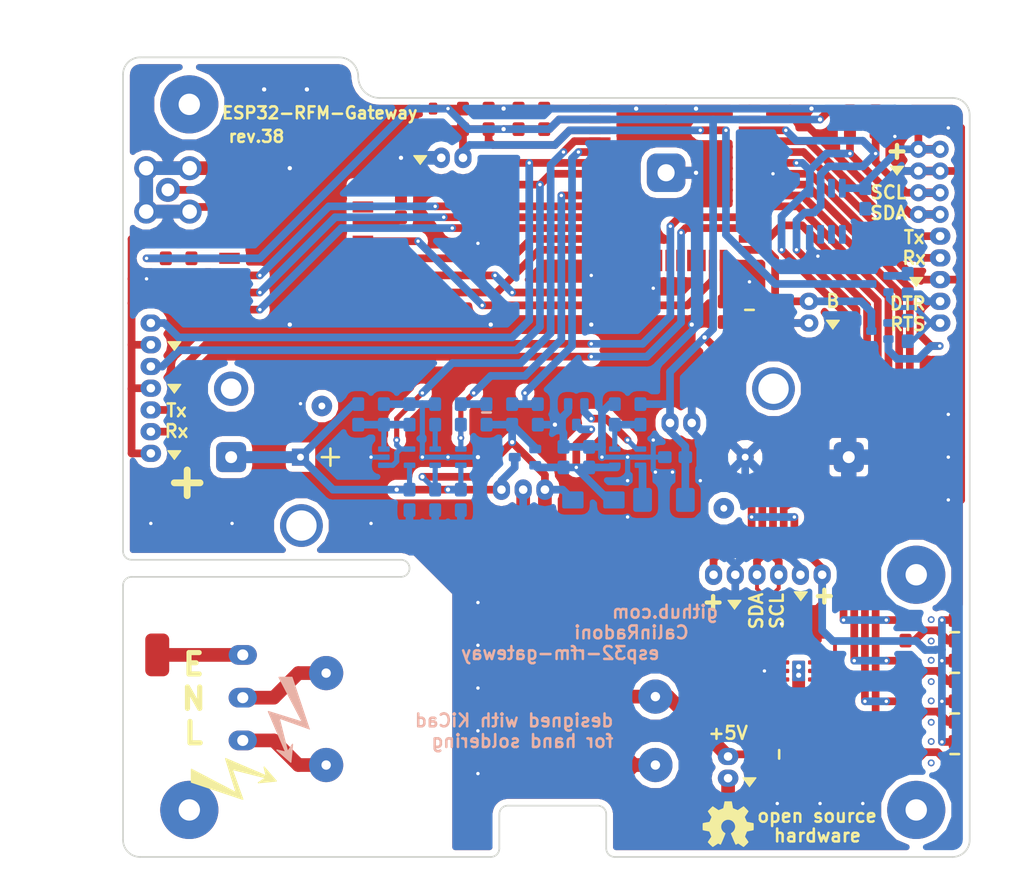
<source format=kicad_pcb>
(kicad_pcb (version 20171130) (host pcbnew 5.0.2+dfsg1-1~bpo9+1)
  (layers (0 F.Cu signal) (31 B.Cu signal) (34 B.Paste user) (35 F.Paste user) (36 B.SilkS user) (37 F.SilkS user) (38 B.Mask user) (39 F.Mask user) (44 Edge.Cuts user))
  (net 0 "")
  (net 1 +BATT)
  (net 2 GND)
  (net 3 /Reset)
  (net 4 +3V3)
  (net 5 /Boot)
  (net 6 +5VP)
  (net 7 "Net-(C30-Pad1)")
  (net 8 "Net-(D1-PadA)")
  (net 9 "Net-(D20-PadK)")
  (net 10 /SCL)
  (net 11 /SDA)
  (net 12 /U0TXD)
  (net 13 /U0RXD)
  (net 14 "Net-(J30-Pad1)")
  (net 15 "Net-(R2-Pad2)")
  (net 16 "Net-(R20-Pad1)")
  (net 17 /ADC_Batt)
  (net 18 /DIO2)
  (net 19 /DIO1)
  (net 20 /DIO0)
  (net 21 /HSPICLK)
  (net 22 /HSPIQ)
  (net 23 /HSPID)
  (net 24 /HSPICS0)
  (net 25 Earth)
  (net 26 /ChargeStat)
  (net 27 /ADC_Vin)
  (net 28 "Net-(R27-Pad2)")
  (net 29 "Net-(U22-Pad2)")
  (net 30 "Net-(C25-Pad1)")
  (net 31 /IO34)
  (net 32 /IO35)
  (net 33 /U2TXD)
  (net 34 /U2RXD)
  (net 35 "Net-(D10-PadK)")
  (net 36 "Net-(D11-PadK)")
  (net 37 "Net-(D12-PadK)")
  (net 38 "Net-(D13-PadK)")
  (net 39 "/Power Section/VinReg")
  (net 40 "/Power Section/ACN")
  (net 41 "/Power Section/ACL")
  (net 42 "/Power Section/PwrSW")
  (net 43 "/Additional Modules/DTR")
  (net 44 "/Additional Modules/RTS")
  (net 45 "Net-(Q40-Pad1)")
  (net 46 "Net-(Q41-Pad1)")
  (net 47 "Net-(D29-PadK)")
  (net 48 /LED0)
  (net 49 /LED1)
  (net 50 /LED2)
  (net 51 /LED3)
  (net 52 "Net-(U41-Pad7)")
  (module CalinGeneric:R0805HS (layer F.Cu) (at 121 51.25 270)
    (fp_text reference R3)
    (fp_text value 2k2)
    (pad 1 smd roundrect (at -1.2 0 270) (size 1.6 1.4) (layers F.Cu F.Paste F.Mask) (roundrect_rratio 0.1785) (net 4 +3V3))
    (pad 2 smd roundrect (at 1.2 0 270) (size 1.6 1.4) (layers F.Cu F.Paste F.Mask) (roundrect_rratio 0.1785) (net 11 /SDA))
  )
  (module CalinConnectors:KEYS-1043 (layer F.Cu) (at 84.75 90.5 180)
    (fp_text reference J23)
    (fp_text value s18650)
    (pad "" np_thru_hole circle (at -27.31 8 180) (size 5 5) (drill 3.55) (layers *.Cu *.Mask))
    (pad "" np_thru_hole circle (at 27.89 -8 180) (size 5 5) (drill 3.55) (layers *.Cu *.Mask))
    (pad "" np_thru_hole circle (at 36.11 8 180) (size 4 4) (drill 2.4) (layers *.Cu *.Mask))
    (pad 2 thru_hole roundrect (at -36.11 0 180) (size 3.5 3.5) (drill 1.4) (layers *.Cu *.Mask) (roundrect_rratio 0.2) (net 2 GND))
    (pad 1 thru_hole roundrect (at 36.11 0 180) (size 3.5 3.5) (drill 1.4) (layers *.Cu *.Mask) (roundrect_rratio 0.2) (net 1 +BATT))
  )
  (module CalinGeneric:IRM222A (layer F.Cu) (at 79 117.25 180)
    (fp_text reference U20)
    (fp_text value IRM-10-5)
    (pad 2 thru_hole circle (at 19.25 1.5 180) (size 4 4) (drill 1.1) (layers *.Cu *.Mask) (net 40 "/Power Section/ACN"))
    (pad 1 thru_hole circle (at 19.25 -9.25 180) (size 4 4) (drill 1.1) (layers *.Cu *.Mask) (net 41 "/Power Section/ACL"))
    (pad 3 thru_hole circle (at -19.25 -1.25 180) (size 4 4) (drill 1.1) (layers *.Cu *.Mask) (net 6 +5VP))
    (pad 4 thru_hole circle (at -19.25 -9.25 180) (size 4 4) (drill 1.1) (layers *.Cu *.Mask) (net 2 GND))
  )
  (module CalinConnectors:Pin_Header_Straight_1x02 (layer F.Cu) (at 116.2 72.28)
    (fp_text reference J2)
    (fp_text value ph_1x2)
    (pad 2 thru_hole oval (at 0 2.54) (size 2.2 2) (drill 1) (layers *.Cu *.Mask) (net 2 GND))
    (pad 1 thru_hole oval (at 0 0) (size 2.2 2) (drill 1) (layers *.Cu *.Mask) (net 5 /Boot))
  )
  (module CalinConnectors:Pin_Header_Straight_1x02 (layer F.Cu) (at 131.54 72.28)
    (fp_text reference J40)
    (fp_text value ph_1x2)
    (pad 2 thru_hole oval (at 0 2.54) (size 2.4 2) (drill 1) (layers *.Cu *.Mask) (net 44 "/Additional Modules/RTS"))
    (pad 1 thru_hole oval (at 0 0) (size 2.4 2) (drill 1) (layers *.Cu *.Mask) (net 43 "/Additional Modules/DTR"))
  )
  (module CalinGeneric:SOT-23 (layer B.Cu) (at 124.5 75.75 180)
    (fp_text reference Q41)
    (fp_text value BC817)
    (pad 3 smd roundrect (at 1 0 180) (size 1.2 0.9) (layers B.Cu B.Paste B.Mask) (roundrect_rratio 0.2) (net 5 /Boot))
    (pad 2 smd roundrect (at -1 -0.95 180) (size 1.2 0.9) (layers B.Cu B.Paste B.Mask) (roundrect_rratio 0.2) (net 43 "/Additional Modules/DTR"))
    (pad 1 smd roundrect (at -1 0.95 180) (size 1.2 0.9) (layers B.Cu B.Paste B.Mask) (roundrect_rratio 0.2) (net 46 "Net-(Q41-Pad1)"))
  )
  (module CalinConnectors:Pin_Header_Straight_1x04 (layer F.Cu) (at 39.25 74.82)
    (fp_text reference J7)
    (fp_text value ph_1x4)
    (pad 4 thru_hole oval (at 0 7.62) (size 2.4 2) (drill 1) (layers *.Cu *.Mask) (net 2 GND))
    (pad 3 thru_hole oval (at 0 5.08) (size 2.4 2) (drill 1) (layers *.Cu *.Mask) (net 32 /IO35))
    (pad 2 thru_hole oval (at 0 2.54) (size 2.4 2) (drill 1) (layers *.Cu *.Mask) (net 2 GND))
    (pad 1 thru_hole oval (at 0 0) (size 2.4 2) (drill 1) (layers *.Cu *.Mask) (net 31 /IO34))
  )
  (module CalinConnectors:SMA-90 (layer F.Cu) (at 41.25 59.25 90)
    (fp_text reference J30)
    (fp_text value AntSMA)
    (pad 5 thru_hole circle (at -2.54 -2.54 90) (size 2.8 2.8) (drill 1.7) (layers *.Cu *.Mask) (net 2 GND))
    (pad 4 thru_hole circle (at 2.54 -2.54 90) (size 2.8 2.8) (drill 1.7) (layers *.Cu *.Mask) (net 2 GND))
    (pad 3 thru_hole circle (at 2.54 2.54 90) (size 2.8 2.8) (drill 1.7) (layers *.Cu *.Mask) (net 2 GND))
    (pad 2 thru_hole circle (at -2.54 2.54 90) (size 2.8 2.8) (drill 1.7) (layers *.Cu *.Mask) (net 2 GND))
    (pad 1 thru_hole circle (at 0 0 90) (size 2.8 2.8) (drill 1.5) (layers *.Cu *.Mask) (net 14 "Net-(J30-Pad1)"))
  )
  (module CalinGeneric:SOT-23-5-HS (layer B.Cu) (at 95 90.5 180)
    (fp_text reference U23)
    (fp_text value TLV62569DBV)
    (pad 5 smd roundrect (at 1.5 0.95 180) (size 1.36 0.64) (layers B.Cu B.Paste B.Mask) (roundrect_rratio 0.2) (net 28 "Net-(R27-Pad2)"))
    (pad 4 smd roundrect (at 1.5 -0.95 180) (size 1.36 0.64) (layers B.Cu B.Paste B.Mask) (roundrect_rratio 0.2) (net 39 "/Power Section/VinReg"))
    (pad 3 smd roundrect (at -1.5 -0.95 180) (size 1.36 0.64) (layers B.Cu B.Paste B.Mask) (roundrect_rratio 0.2) (net 42 "/Power Section/PwrSW"))
    (pad 2 smd roundrect (at -1.5 0 180) (size 1.36 0.64) (layers B.Cu B.Paste B.Mask) (roundrect_rratio 0.2) (net 2 GND))
    (pad 1 smd roundrect (at -1.5 0.95 180) (size 1.36 0.64) (layers B.Cu B.Paste B.Mask) (roundrect_rratio 0.2) (net 29 "Net-(U22-Pad2)"))
  )
  (module CalinGeneric:ESP-WROOM-32-HandSolder (layer F.Cu) (at 100.5 58)
    (fp_text reference U1)
    (fp_text value ESP-WROOM-32xxx-16)
    (pad 39 thru_hole roundrect (at -1 -0.755) (size 4.5 4.5) (drill 2) (layers *.Cu *.Mask) (net 2 GND))
    (pad 1 smd rect (at -8.75 -8.255) (size 2.5 0.9) (layers F.Cu F.Paste F.Mask) (net 2 GND))
    (pad 2 smd rect (at -8.75 -6.985) (size 2.5 0.9) (layers F.Cu F.Paste F.Mask) (net 4 +3V3))
    (pad 3 smd rect (at -8.75 -5.715) (size 2.5 0.9) (layers F.Cu F.Paste F.Mask) (net 3 /Reset))
    (pad 4 smd rect (at -8.75 -4.445) (size 2.5 0.9) (layers F.Cu F.Paste F.Mask) (net 17 /ADC_Batt))
    (pad 5 smd rect (at -8.75 -3.175) (size 2.5 0.9) (layers F.Cu F.Paste F.Mask) (net 27 /ADC_Vin))
    (pad 6 smd rect (at -8.75 -1.905) (size 2.5 0.9) (layers F.Cu F.Paste F.Mask) (net 31 /IO34))
    (pad 7 smd rect (at -8.75 -0.635) (size 2.5 0.9) (layers F.Cu F.Paste F.Mask) (net 32 /IO35))
    (pad 8 smd rect (at -8.75 0.635) (size 2.5 0.9) (layers F.Cu F.Paste F.Mask))
    (pad 9 smd rect (at -8.75 1.905) (size 2.5 0.9) (layers F.Cu F.Paste F.Mask) (net 26 /ChargeStat))
    (pad 10 smd rect (at -8.75 3.175) (size 2.5 0.9) (layers F.Cu F.Paste F.Mask) (net 20 /DIO0))
    (pad 11 smd rect (at -8.75 4.445) (size 2.5 0.9) (layers F.Cu F.Paste F.Mask) (net 19 /DIO1))
    (pad 12 smd rect (at -8.75 5.715) (size 2.5 0.9) (layers F.Cu F.Paste F.Mask) (net 18 /DIO2))
    (pad 13 smd rect (at -8.75 6.985) (size 2.5 0.9) (layers F.Cu F.Paste F.Mask) (net 21 /HSPICLK))
    (pad 14 smd rect (at -8.75 8.255) (size 2.5 0.9) (layers F.Cu F.Paste F.Mask) (net 22 /HSPIQ))
    (pad 15 smd rect (at -5.71 9.505 90) (size 2.5 0.9) (layers F.Cu F.Paste F.Mask) (net 2 GND))
    (pad 16 smd rect (at -4.44 9.505 90) (size 2.5 0.9) (layers F.Cu F.Paste F.Mask) (net 23 /HSPID))
    (pad 17 smd rect (at -3.17 9.505 90) (size 2.5 0.9) (layers F.Cu F.Paste F.Mask))
    (pad 18 smd rect (at -1.9 9.505 90) (size 2.5 0.9) (layers F.Cu F.Paste F.Mask))
    (pad 19 smd rect (at -0.63 9.505 90) (size 2.5 0.9) (layers F.Cu F.Paste F.Mask))
    (pad 20 smd rect (at 0.64 9.505 90) (size 2.5 0.9) (layers F.Cu F.Paste F.Mask))
    (pad 21 smd rect (at 1.91 9.505 90) (size 2.5 0.9) (layers F.Cu F.Paste F.Mask))
    (pad 22 smd rect (at 3.18 9.505 90) (size 2.5 0.9) (layers F.Cu F.Paste F.Mask))
    (pad 23 smd rect (at 4.45 9.505 90) (size 2.5 0.9) (layers F.Cu F.Paste F.Mask) (net 24 /HSPICS0))
    (pad 24 smd rect (at 5.72 9.505 90) (size 2.5 0.9) (layers F.Cu F.Paste F.Mask) (net 15 "Net-(R2-Pad2)"))
    (pad 25 smd rect (at 8.75 8.255) (size 2.5 0.9) (layers F.Cu F.Paste F.Mask) (net 5 /Boot))
    (pad 26 smd rect (at 8.75 6.985) (size 2.5 0.9) (layers F.Cu F.Paste F.Mask) (net 51 /LED3))
    (pad 27 smd rect (at 8.75 5.715) (size 2.5 0.9) (layers F.Cu F.Paste F.Mask) (net 34 /U2RXD))
    (pad 28 smd rect (at 8.75 4.445) (size 2.5 0.9) (layers F.Cu F.Paste F.Mask) (net 33 /U2TXD))
    (pad 29 smd rect (at 8.75 3.175) (size 2.5 0.9) (layers F.Cu F.Paste F.Mask) (net 50 /LED2))
    (pad 30 smd rect (at 8.75 1.905) (size 2.5 0.9) (layers F.Cu F.Paste F.Mask) (net 49 /LED1))
    (pad 31 smd rect (at 8.75 0.635) (size 2.5 0.9) (layers F.Cu F.Paste F.Mask) (net 48 /LED0))
    (pad 32 smd rect (at 8.75 -0.635) (size 2.5 0.9) (layers F.Cu F.Paste F.Mask))
    (pad 33 smd rect (at 8.75 -1.905) (size 2.5 0.9) (layers F.Cu F.Paste F.Mask) (net 11 /SDA))
    (pad 34 smd rect (at 8.75 -3.175) (size 2.5 0.9) (layers F.Cu F.Paste F.Mask) (net 13 /U0RXD))
    (pad 35 smd rect (at 8.75 -4.445) (size 2.5 0.9) (layers F.Cu F.Paste F.Mask) (net 12 /U0TXD))
    (pad 36 smd rect (at 8.75 -5.715) (size 2.5 0.9) (layers F.Cu F.Paste F.Mask) (net 10 /SCL))
    (pad 37 smd rect (at 8.75 -6.985) (size 2.5 0.9) (layers F.Cu F.Paste F.Mask))
    (pad 38 smd rect (at 8.75 -8.255) (size 2.5 0.9) (layers F.Cu F.Paste F.Mask) (net 2 GND))
  )
  (module CalinGeneric:R0805HS (layer B.Cu) (at 72.5 85.5 90)
    (fp_text reference R20)
    (fp_text value 2k2)
    (pad 1 smd roundrect (at -1.2 0 90) (size 1.6 1.4) (layers B.Cu B.Paste B.Mask) (roundrect_rratio 0.1785) (net 16 "Net-(R20-Pad1)"))
    (pad 2 smd roundrect (at 1.2 0 90) (size 1.6 1.4) (layers B.Cu B.Paste B.Mask) (roundrect_rratio 0.1785) (net 2 GND))
  )
  (module CalinGeneric:SOT-23-HS (layer B.Cu) (at 89 85.5 270)
    (fp_text reference U22)
    (fp_text value BD49K35)
    (pad 3 smd roundrect (at 1.2 0 270) (size 1.4 1) (layers B.Cu B.Paste B.Mask) (roundrect_rratio 0.2) (net 39 "/Power Section/VinReg"))
    (pad 2 smd roundrect (at -1.2 -0.95 270) (size 1.4 1) (layers B.Cu B.Paste B.Mask) (roundrect_rratio 0.2) (net 29 "Net-(U22-Pad2)"))
    (pad 1 smd roundrect (at -1.2 0.95 270) (size 1.4 1) (layers B.Cu B.Paste B.Mask) (roundrect_rratio 0.2) (net 2 GND))
  )
  (module CalinGeneric:R0805HS (layer B.Cu) (at 63.5 85.5 270)
    (fp_text reference R22)
    (fp_text value 2M)
    (pad 2 smd roundrect (at 1.2 0 270) (size 1.6 1.4) (layers B.Cu B.Paste B.Mask) (roundrect_rratio 0.1785) (net 30 "Net-(C25-Pad1)"))
    (pad 1 smd roundrect (at -1.2 0 270) (size 1.6 1.4) (layers B.Cu B.Paste B.Mask) (roundrect_rratio 0.1785) (net 1 +BATT))
  )
  (module CalinGeneric:R0805HS (layer B.Cu) (at 75.5 85.5 90)
    (fp_text reference R21)
    (fp_text value 330-NC)
    (pad 1 smd roundrect (at -1.2 0 90) (size 1.6 1.4) (layers B.Cu B.Paste B.Mask) (roundrect_rratio 0.1785) (net 26 /ChargeStat))
    (pad 2 smd roundrect (at 1.2 0 90) (size 1.6 1.4) (layers B.Cu B.Paste B.Mask) (roundrect_rratio 0.1785) (net 9 "Net-(D20-PadK)"))
  )
  (module CalinGeneric:SOT-23-5-HS (layer B.Cu) (at 74 90.5 180)
    (fp_text reference U21)
    (fp_text value MCP73832T-2ACI)
    (pad 1 smd roundrect (at -1.5 0.95 180) (size 1.36 0.64) (layers B.Cu B.Paste B.Mask) (roundrect_rratio 0.2) (net 26 /ChargeStat))
    (pad 2 smd roundrect (at -1.5 0 180) (size 1.36 0.64) (layers B.Cu B.Paste B.Mask) (roundrect_rratio 0.2) (net 2 GND))
    (pad 3 smd roundrect (at -1.5 -0.95 180) (size 1.36 0.64) (layers B.Cu B.Paste B.Mask) (roundrect_rratio 0.2) (net 1 +BATT))
    (pad 4 smd roundrect (at 1.5 -0.95 180) (size 1.36 0.64) (layers B.Cu B.Paste B.Mask) (roundrect_rratio 0.2) (net 6 +5VP))
    (pad 5 smd roundrect (at 1.5 0.95 180) (size 1.36 0.64) (layers B.Cu B.Paste B.Mask) (roundrect_rratio 0.2) (net 16 "Net-(R20-Pad1)"))
  )
  (module CalinGeneric:C0805HS (layer B.Cu) (at 100.55 90.5 180)
    (fp_text reference C24)
    (fp_text value 22uF/6.3V/1mOhm)
    (pad 2 smd roundrect (at 1.2 0 180) (size 1.6 1.4) (layers B.Cu B.Paste B.Mask) (roundrect_rratio 0.1785) (net 2 GND))
    (pad 1 smd roundrect (at -1.2 0 180) (size 1.6 1.4) (layers B.Cu B.Paste B.Mask) (roundrect_rratio 0.1785) (net 4 +3V3))
  )
  (module CalinGeneric:LED0805HS (layer B.Cu) (at 78.5 85.5 270)
    (fp_text reference D20)
    (fp_text value LED-NC)
    (pad K smd roundrect (at -1.2 0 270) (size 1.6 1.4) (layers B.Cu B.Paste B.Mask) (roundrect_rratio 0.178) (net 9 "Net-(D20-PadK)"))
    (pad A smd roundrect (at 1.2 0 270) (size 1.6 1.4) (layers B.Cu B.Paste B.Mask) (roundrect_rratio 0.1785) (net 6 +5VP))
  )
  (module CalinGeneric:ASPI-0530HI (layer B.Cu) (at 99.25 95.5 180)
    (fp_text reference L21)
    (fp_text value 2.2uH)
    (pad 1 smd roundrect (at -2.5 0 180) (size 2.2 2.8) (layers B.Cu B.Paste B.Mask) (roundrect_rratio 0.15) (net 4 +3V3))
    (pad 2 smd roundrect (at 2.5 0 180) (size 2.2 2.8) (layers B.Cu B.Paste B.Mask) (roundrect_rratio 0.15) (net 42 "/Power Section/PwrSW"))
  )
  (module CalinGeneric:C0805HS (layer B.Cu) (at 87.5 90.5 90)
    (fp_text reference C22)
    (fp_text value 100nF)
    (pad 2 smd roundrect (at 1.2 0 90) (size 1.6 1.4) (layers B.Cu B.Paste B.Mask) (roundrect_rratio 0.1785) (net 2 GND))
    (pad 1 smd roundrect (at -1.2 0 90) (size 1.6 1.4) (layers B.Cu B.Paste B.Mask) (roundrect_rratio 0.1785) (net 39 "/Power Section/VinReg"))
  )
  (module CalinGeneric:R0805HS (layer B.Cu) (at 96.5 85.5 270)
    (fp_text reference R27)
    (fp_text value "442k 1%")
    (pad 1 smd roundrect (at -1.2 0 270) (size 1.6 1.4) (layers B.Cu B.Paste B.Mask) (roundrect_rratio 0.1785) (net 4 +3V3))
    (pad 2 smd roundrect (at 1.2 0 270) (size 1.6 1.4) (layers B.Cu B.Paste B.Mask) (roundrect_rratio 0.1785) (net 28 "Net-(R27-Pad2)"))
  )
  (module CalinGeneric:R0805HS (layer B.Cu) (at 81.5 85.5 90)
    (fp_text reference R25)
    (fp_text value 10k)
    (pad 2 smd roundrect (at 1.2 0 90) (size 1.6 1.4) (layers B.Cu B.Paste B.Mask) (roundrect_rratio 0.1785) (net 27 /ADC_Vin))
    (pad 1 smd roundrect (at -1.2 0 90) (size 1.6 1.4) (layers B.Cu B.Paste B.Mask) (roundrect_rratio 0.1785) (net 6 +5VP))
  )
  (module CalinGeneric:C0805HS (layer B.Cu) (at 90.5 90.5 90)
    (fp_text reference C23)
    (fp_text value 10uF/10V/1mOhm)
    (pad 1 smd roundrect (at -1.2 0 90) (size 1.6 1.4) (layers B.Cu B.Paste B.Mask) (roundrect_rratio 0.1785) (net 39 "/Power Section/VinReg"))
    (pad 2 smd roundrect (at 1.2 0 90) (size 1.6 1.4) (layers B.Cu B.Paste B.Mask) (roundrect_rratio 0.1785) (net 2 GND))
  )
  (module CalinGeneric:SMA-HS (layer B.Cu) (at 91 95.5 180)
    (fp_text reference D21)
    (fp_text value B340AE-13)
    (pad 1 smd roundrect (at -2.4 0 180) (size 2.5 2) (layers B.Cu B.Paste B.Mask) (roundrect_rratio 0.1) (net 39 "/Power Section/VinReg"))
    (pad 2 smd roundrect (at 2.4 0 180) (size 2.5 2) (layers B.Cu B.Paste B.Mask) (roundrect_rratio 0.1) (net 6 +5VP))
  )
  (module CalinGeneric:R0805HS (layer B.Cu) (at 69.5 85.5 90)
    (fp_text reference R23)
    (fp_text value 2M)
    (pad 1 smd roundrect (at -1.2 0 90) (size 1.6 1.4) (layers B.Cu B.Paste B.Mask) (roundrect_rratio 0.1785) (net 30 "Net-(C25-Pad1)"))
    (pad 2 smd roundrect (at 1.2 0 90) (size 1.6 1.4) (layers B.Cu B.Paste B.Mask) (roundrect_rratio 0.1785) (net 2 GND))
  )
  (module CalinGeneric:R0805HS (layer B.Cu) (at 84.5 85.5 270)
    (fp_text reference R26)
    (fp_text value 10k)
    (pad 1 smd roundrect (at -1.2 0 270) (size 1.6 1.4) (layers B.Cu B.Paste B.Mask) (roundrect_rratio 0.1785) (net 27 /ADC_Vin))
    (pad 2 smd roundrect (at 1.2 0 270) (size 1.6 1.4) (layers B.Cu B.Paste B.Mask) (roundrect_rratio 0.1785) (net 2 GND))
  )
  (module CalinGeneric:C0805HS (layer B.Cu) (at 75.5 95.5 270)
    (fp_text reference C21)
    (fp_text value 10uF)
    (pad 2 smd roundrect (at 1.2 0 270) (size 1.6 1.4) (layers B.Cu B.Paste B.Mask) (roundrect_rratio 0.1785) (net 2 GND))
    (pad 1 smd roundrect (at -1.2 0 270) (size 1.6 1.4) (layers B.Cu B.Paste B.Mask) (roundrect_rratio 0.1785) (net 1 +BATT))
  )
  (module CalinGeneric:C0805HS (layer B.Cu) (at 72.5 95.5 270)
    (fp_text reference C20)
    (fp_text value 10uF)
    (pad 1 smd roundrect (at -1.2 0 270) (size 1.6 1.4) (layers B.Cu B.Paste B.Mask) (roundrect_rratio 0.1785) (net 6 +5VP))
    (pad 2 smd roundrect (at 1.2 0 270) (size 1.6 1.4) (layers B.Cu B.Paste B.Mask) (roundrect_rratio 0.1785) (net 2 GND))
  )
  (module CalinGeneric:SOT-23-GSD-HS (layer B.Cu) (at 83 90.5 180)
    (fp_text reference Q20)
    (fp_text value IRLML2244)
    (pad G smd roundrect (at -1.2 0.95 180) (size 1.4 1) (layers B.Cu B.Paste B.Mask) (roundrect_rratio 0.2) (net 6 +5VP))
    (pad S smd roundrect (at -1.2 -0.95 180) (size 1.4 1) (layers B.Cu B.Paste B.Mask) (roundrect_rratio 0.2) (net 39 "/Power Section/VinReg"))
    (pad D smd roundrect (at 1.2 0 180) (size 1.4 1) (layers B.Cu B.Paste B.Mask) (roundrect_rratio 0.2) (net 1 +BATT))
  )
  (module CalinGeneric:C0805HS (layer F.Cu) (at 78.75 50.945 90)
    (fp_text reference C1)
    (fp_text value 100nF)
    (pad 1 smd roundrect (at -1.2 0 90) (size 1.6 1.4) (layers F.Cu F.Paste F.Mask) (roundrect_rratio 0.1785) (net 3 /Reset))
    (pad 2 smd roundrect (at 1.2 0 90) (size 1.6 1.4) (layers F.Cu F.Paste F.Mask) (roundrect_rratio 0.1785) (net 2 GND))
  )
  (module CalinGeneric:C0805HS (layer F.Cu) (at 85.25 50.945 90)
    (fp_text reference C2)
    (fp_text value 100nF)
    (pad 2 smd roundrect (at 1.2 0 90) (size 1.6 1.4) (layers F.Cu F.Paste F.Mask) (roundrect_rratio 0.1785) (net 2 GND))
    (pad 1 smd roundrect (at -1.2 0 90) (size 1.6 1.4) (layers F.Cu F.Paste F.Mask) (roundrect_rratio 0.1785) (net 4 +3V3))
  )
  (module CalinGeneric:C0805HS (layer F.Cu) (at 82.25 50.945 90)
    (fp_text reference C3)
    (fp_text value 10uF)
    (pad 2 smd roundrect (at 1.2 0 90) (size 1.6 1.4) (layers F.Cu F.Paste F.Mask) (roundrect_rratio 0.1785) (net 2 GND))
    (pad 1 smd roundrect (at -1.2 0 90) (size 1.6 1.4) (layers F.Cu F.Paste F.Mask) (roundrect_rratio 0.1785) (net 4 +3V3))
  )
  (module CalinGeneric:C0805HS (layer F.Cu) (at 112.25 73.5 270)
    (fp_text reference C4)
    (fp_text value 100nF-NC)
    (pad 2 smd roundrect (at 1.2 0 270) (size 1.6 1.4) (layers F.Cu F.Paste F.Mask) (roundrect_rratio 0.1785) (net 2 GND))
    (pad 1 smd roundrect (at -1.2 0 270) (size 1.6 1.4) (layers F.Cu F.Paste F.Mask) (roundrect_rratio 0.1785) (net 5 /Boot))
  )
  (module CalinGeneric:C0805HS (layer F.Cu) (at 68.5 61.25 90)
    (fp_text reference C30)
    (fp_text value 100nF)
    (pad 1 smd roundrect (at -1.2 0 90) (size 1.6 1.4) (layers F.Cu F.Paste F.Mask) (roundrect_rratio 0.1785) (net 7 "Net-(C30-Pad1)"))
    (pad 2 smd roundrect (at 1.2 0 90) (size 1.6 1.4) (layers F.Cu F.Paste F.Mask) (roundrect_rratio 0.1785) (net 2 GND))
  )
  (module CalinGeneric:C0805HS (layer F.Cu) (at 41 68.45 270)
    (fp_text reference C31)
    (fp_text value 10uF)
    (pad 2 smd roundrect (at 1.2 0 270) (size 1.6 1.4) (layers F.Cu F.Paste F.Mask) (roundrect_rratio 0.1785) (net 2 GND))
    (pad 1 smd roundrect (at -1.2 0 270) (size 1.6 1.4) (layers F.Cu F.Paste F.Mask) (roundrect_rratio 0.1785) (net 4 +3V3))
  )
  (module CalinGeneric:C0805HS (layer F.Cu) (at 44 68.45 270)
    (fp_text reference C32)
    (fp_text value 100nF)
    (pad 1 smd roundrect (at -1.2 0 270) (size 1.6 1.4) (layers F.Cu F.Paste F.Mask) (roundrect_rratio 0.1785) (net 4 +3V3))
    (pad 2 smd roundrect (at 1.2 0 270) (size 1.6 1.4) (layers F.Cu F.Paste F.Mask) (roundrect_rratio 0.1785) (net 2 GND))
  )
  (module CalinGeneric:LED0805HS (layer F.Cu) (at 109.25 73.5 270)
    (fp_text reference D1)
    (fp_text value LED)
    (pad A smd roundrect (at 1.2 0 270) (size 1.6 1.4) (layers F.Cu F.Paste F.Mask) (roundrect_rratio 0.1785) (net 8 "Net-(D1-PadA)"))
    (pad K smd roundrect (at -1.2 0 270) (size 1.6 1.4) (layers F.Cu F.Paste F.Mask) (roundrect_rratio 0.178) (net 2 GND))
  )
  (module CalinGeneric:R0805HS (layer F.Cu) (at 75.75 50.945 270)
    (fp_text reference R1)
    (fp_text value 10k)
    (pad 2 smd roundrect (at 1.2 0 270) (size 1.6 1.4) (layers F.Cu F.Paste F.Mask) (roundrect_rratio 0.1785) (net 3 /Reset))
    (pad 1 smd roundrect (at -1.2 0 270) (size 1.6 1.4) (layers F.Cu F.Paste F.Mask) (roundrect_rratio 0.1785) (net 4 +3V3))
  )
  (module CalinGeneric:R0805HS (layer F.Cu) (at 106.25 73.5 90)
    (fp_text reference R2)
    (fp_text value 330)
    (pad 2 smd roundrect (at 1.2 0 90) (size 1.6 1.4) (layers F.Cu F.Paste F.Mask) (roundrect_rratio 0.1785) (net 15 "Net-(R2-Pad2)"))
    (pad 1 smd roundrect (at -1.2 0 90) (size 1.6 1.4) (layers F.Cu F.Paste F.Mask) (roundrect_rratio 0.1785) (net 8 "Net-(D1-PadA)"))
  )
  (module CalinGeneric:R0805HS (layer F.Cu) (at 124 51.25 270)
    (fp_text reference R4)
    (fp_text value 2k2)
    (pad 2 smd roundrect (at 1.2 0 270) (size 1.6 1.4) (layers F.Cu F.Paste F.Mask) (roundrect_rratio 0.1785) (net 10 /SCL))
    (pad 1 smd roundrect (at -1.2 0 270) (size 1.6 1.4) (layers F.Cu F.Paste F.Mask) (roundrect_rratio 0.1785) (net 4 +3V3))
  )
  (module CalinGeneric:SOT-23-HS (layer F.Cu) (at 72.25 50.945 90)
    (fp_text reference U2)
    (fp_text value BD48K30)
    (pad 1 smd roundrect (at -1.2 -0.95 90) (size 1.4 1) (layers F.Cu F.Paste F.Mask) (roundrect_rratio 0.2) (net 2 GND))
    (pad 2 smd roundrect (at -1.2 0.95 90) (size 1.4 1) (layers F.Cu F.Paste F.Mask) (roundrect_rratio 0.2) (net 3 /Reset))
    (pad 3 smd roundrect (at 1.2 0 90) (size 1.4 1) (layers F.Cu F.Paste F.Mask) (roundrect_rratio 0.2) (net 4 +3V3))
  )
  (module CalinGeneric:RFM69HCW (layer F.Cu) (at 56.25 66.25 180)
    (fp_text reference U30)
    (fp_text value RFM9x)
    (pad 1 smd rect (at -7.8 -7 180) (size 2.4 1.3) (layers F.Cu F.Paste F.Mask) (net 2 GND))
    (pad 2 smd rect (at -7.8 -5 180) (size 2.4 1.3) (layers F.Cu F.Paste F.Mask) (net 22 /HSPIQ))
    (pad 3 smd rect (at -7.8 -3 180) (size 2.4 1.3) (layers F.Cu F.Paste F.Mask) (net 23 /HSPID))
    (pad 4 smd rect (at -7.8 -1 180) (size 2.4 1.3) (layers F.Cu F.Paste F.Mask) (net 21 /HSPICLK))
    (pad 5 smd rect (at -7.8 1 180) (size 2.4 1.3) (layers F.Cu F.Paste F.Mask) (net 24 /HSPICS0))
    (pad 6 smd rect (at -7.8 3 180) (size 2.4 1.3) (layers F.Cu F.Paste F.Mask) (net 7 "Net-(C30-Pad1)"))
    (pad 7 smd rect (at -7.8 5 180) (size 2.4 1.3) (layers F.Cu F.Paste F.Mask))
    (pad 8 smd rect (at -7.8 7 180) (size 2.4 1.3) (layers F.Cu F.Paste F.Mask) (net 2 GND))
    (pad 9 smd rect (at 7.8 7 180) (size 2.4 1.3) (layers F.Cu F.Paste F.Mask) (net 14 "Net-(J30-Pad1)"))
    (pad 10 smd rect (at 7.8 5 180) (size 2.4 1.3) (layers F.Cu F.Paste F.Mask) (net 2 GND))
    (pad 11 smd rect (at 7.8 3 180) (size 2.4 1.3) (layers F.Cu F.Paste F.Mask))
    (pad 12 smd rect (at 7.8 1 180) (size 2.4 1.3) (layers F.Cu F.Paste F.Mask))
    (pad 13 smd rect (at 7.8 -1 180) (size 2.4 1.3) (layers F.Cu F.Paste F.Mask) (net 4 +3V3))
    (pad 14 smd rect (at 7.8 -3 180) (size 2.4 1.3) (layers F.Cu F.Paste F.Mask) (net 20 /DIO0))
    (pad 15 smd rect (at 7.8 -5 180) (size 2.4 1.3) (layers F.Cu F.Paste F.Mask) (net 19 /DIO1))
    (pad 16 smd rect (at 7.8 -7 180) (size 2.4 1.3) (layers F.Cu F.Paste F.Mask) (net 18 /DIO2))
  )
  (module CalinConnectors:Pin_Header_Straight_1x02 (layer F.Cu) (at 75.75 55.5 270)
    (fp_text reference J1)
    (fp_text value ph_1x2)
    (pad 1 thru_hole oval (at 0 0 270) (size 2.4 2) (drill 1) (layers *.Cu *.Mask) (net 3 /Reset))
    (pad 2 thru_hole oval (at 0 2.54 270) (size 2.4 2) (drill 1) (layers *.Cu *.Mask) (net 2 GND))
  )
  (module CalinConnectors:Pin_Header_Straight_1x03_Cyan (layer F.Cu) (at 131.54 64.66)
    (fp_text reference J3)
    (fp_text value ph_1x3)
    (pad 1 thru_hole oval (at 0 0) (size 2.4 2) (drill 1) (layers *.Cu *.Mask) (net 12 /U0TXD))
    (pad 2 thru_hole oval (at 0 2.54) (size 2.4 2) (drill 1) (layers *.Cu *.Mask) (net 13 /U0RXD))
    (pad 3 thru_hole oval (at 0 5.08) (size 2.4 2) (drill 1) (layers *.Cu *.Mask) (net 2 GND))
  )
  (module CalinConnectors:Pin_Header_Straight_1x04 (layer F.Cu) (at 129 54.5)
    (fp_text reference J4)
    (fp_text value ph_1x4)
    (pad 1 thru_hole oval (at 0 0) (size 2 2) (drill 1) (layers *.Cu *.Mask) (net 4 +3V3))
    (pad 2 thru_hole oval (at 0 2.54) (size 2 2) (drill 1) (layers *.Cu *.Mask) (net 2 GND))
    (pad 3 thru_hole oval (at 0 5.08) (size 2 2) (drill 1) (layers *.Cu *.Mask) (net 10 /SCL))
    (pad 4 thru_hole oval (at 0 7.62) (size 2 2) (drill 1) (layers *.Cu *.Mask) (net 11 /SDA))
  )
  (module CalinConnectors:Pin_Header_Straight_1x02 (layer F.Cu) (at 106.75 125.5)
    (fp_text reference J21)
    (fp_text value ph_1x2)
    (pad 1 thru_hole oval (at 0 0) (size 2.4 2) (drill 1) (layers *.Cu *.Mask) (net 6 +5VP))
    (pad 2 thru_hole oval (at 0 2.54) (size 2.4 2) (drill 1) (layers *.Cu *.Mask) (net 2 GND))
  )
  (module CalinConnectors:BattHolder-AA-PCB (layer F.Cu) (at 82.75 90.5)
    (fp_text reference J22 hide)
    (fp_text value s14500 hide)
    (pad 1 thru_hole rect (at -26 0) (size 2 2) (drill 0.8) (layers *.Cu *.Mask) (net 1 +BATT))
    (pad 2 thru_hole circle (at 26 0) (size 2 2) (drill 0.8) (layers *.Cu *.Mask) (net 2 GND) (thermal_gap 1))
    (pad "" np_thru_hole circle (at -23.5 -5.98) (size 2.4 2.4) (drill 0.8) (layers *.Cu *.Mask))
    (pad "" np_thru_hole circle (at 23.5 5.98) (size 2.4 2.4) (drill 0.8) (layers *.Cu *.Mask))
  )
  (module CalinGeneric:HoleNPT-M2.5 (layer F.Cu) (at 43.75 49.25)
    (fp_text reference H1 hide)
    (fp_text value Hole hide)
    (pad "" np_thru_hole circle (at 0 0) (size 6.8 6.8) (drill 2.5) (layers *.Cu *.Mask))
  )
  (module CalinGeneric:HoleNPT-M2.5 (layer F.Cu) (at 43.75 131.75)
    (fp_text reference H2 hide)
    (fp_text value Hole hide)
    (pad "" np_thru_hole circle (at 0 0) (size 6.8 6.8) (drill 2.5) (layers *.Cu *.Mask))
  )
  (module CalinGeneric:HoleNPT-M2.5 (layer F.Cu) (at 128.75 104.25)
    (fp_text reference H4 hide)
    (fp_text value Hole hide)
    (pad "" np_thru_hole circle (at 0 0) (size 6.8 6.8) (drill 2.5) (layers *.Cu *.Mask))
  )
  (module CalinGeneric:HoleNPT-M2.5 (layer F.Cu) (at 128.75 131.75)
    (fp_text reference H3 hide)
    (fp_text value Hole hide)
    (pad "" np_thru_hole circle (at 0 0) (size 6.8 6.8) (drill 2.5) (layers *.Cu *.Mask))
  )
  (module CalinConnectors:Pin_Header_Straight_1x04 (layer F.Cu) (at 131.54 54.5)
    (fp_text reference J5)
    (fp_text value ph_1x4)
    (pad 1 thru_hole oval (at 0 0) (size 2 2) (drill 1) (layers *.Cu *.Mask) (net 4 +3V3))
    (pad 2 thru_hole oval (at 0 2.54) (size 2 2) (drill 1) (layers *.Cu *.Mask) (net 2 GND))
    (pad 3 thru_hole oval (at 0 5.08) (size 2 2) (drill 1) (layers *.Cu *.Mask) (net 10 /SCL))
    (pad 4 thru_hole oval (at 0 7.62) (size 2 2) (drill 1) (layers *.Cu *.Mask) (net 11 /SDA))
  )
  (module CalinGeneric:R0805HS (layer B.Cu) (at 93.5 85.5 90)
    (fp_text reference R28)
    (fp_text value "100k 1%")
    (pad 1 smd roundrect (at -1.2 0 90) (size 1.6 1.4) (layers B.Cu B.Paste B.Mask) (roundrect_rratio 0.1785) (net 28 "Net-(R27-Pad2)"))
    (pad 2 smd roundrect (at 1.2 0 90) (size 1.6 1.4) (layers B.Cu B.Paste B.Mask) (roundrect_rratio 0.1785) (net 2 GND))
  )
  (module CalinGeneric:SOT-23-5-HS (layer B.Cu) (at 68 90.5)
    (fp_text reference U24)
    (fp_text value TLV379IDBV)
    (pad 5 smd roundrect (at 1.5 0.95) (size 1.36 0.64) (layers B.Cu B.Paste B.Mask) (roundrect_rratio 0.2) (net 1 +BATT))
    (pad 4 smd roundrect (at 1.5 -0.95) (size 1.36 0.64) (layers B.Cu B.Paste B.Mask) (roundrect_rratio 0.2) (net 17 /ADC_Batt))
    (pad 3 smd roundrect (at -1.5 -0.95) (size 1.36 0.64) (layers B.Cu B.Paste B.Mask) (roundrect_rratio 0.2) (net 30 "Net-(C25-Pad1)"))
    (pad 2 smd roundrect (at -1.5 0) (size 1.36 0.64) (layers B.Cu B.Paste B.Mask) (roundrect_rratio 0.2) (net 2 GND))
    (pad 1 smd roundrect (at -1.5 0.95) (size 1.36 0.64) (layers B.Cu B.Paste B.Mask) (roundrect_rratio 0.2) (net 17 /ADC_Batt))
  )
  (module CalinConnectors:Pin_Header_Angled_1x03 (layer B.Cu) (at 80.25 94.3 270)
    (fp_text reference J24)
    (fp_text value ph_1x3)
    (pad 1 thru_hole oval (at 0 0 270) (size 2.4 2) (drill 1) (layers *.Cu *.Mask) (net 1 +BATT))
    (pad 2 thru_hole oval (at 0 -2.54 270) (size 2.4 2) (drill 1) (layers *.Cu *.Mask) (net 2 GND))
    (pad 3 thru_hole oval (at 0 -5.08 270) (size 2.4 2) (drill 1) (layers *.Cu *.Mask) (net 6 +5VP))
  )
  (module CalinConnectors:Pin_Header_Angled_1x02 (layer B.Cu) (at 102.5 86.5 90)
    (fp_text reference J25)
    (fp_text value ph_1x2)
    (pad 1 thru_hole oval (at 0 0 90) (size 2.4 2) (drill 1) (layers *.Cu *.Mask) (net 2 GND))
    (pad 2 thru_hole oval (at 0 -2.54 90) (size 2.4 2) (drill 1) (layers *.Cu *.Mask) (net 4 +3V3))
  )
  (module CalinGeneric:Symbol_HighVoltage_SilkS (layer F.Cu) (at 49 128.25 90)
    (fp_text reference SYM3 hide)
    (fp_text value "High Voltage !" hide)
  )
  (module CalinGeneric:Symbol_HighVoltage_SilkS (layer B.Cu) (at 55.5 121.25 180)
    (fp_text reference SYM4 hide)
    (fp_text value "High Voltage !" hide)
  )
  (module CalinGeneric:C0805HS (layer B.Cu) (at 66.5 85.5 90)
    (fp_text reference C25)
    (fp_text value 100pF)
    (pad 2 smd roundrect (at 1.2 0 90) (size 1.6 1.4) (layers B.Cu B.Paste B.Mask) (roundrect_rratio 0.1785) (net 2 GND))
    (pad 1 smd roundrect (at -1.2 0 90) (size 1.6 1.4) (layers B.Cu B.Paste B.Mask) (roundrect_rratio 0.1785) (net 30 "Net-(C25-Pad1)"))
  )
  (module CalinGeneric:C0805HS (layer B.Cu) (at 69.5 95.5 270)
    (fp_text reference C26)
    (fp_text value 100nF)
    (pad 1 smd roundrect (at -1.2 0 270) (size 1.6 1.4) (layers B.Cu B.Paste B.Mask) (roundrect_rratio 0.1785) (net 1 +BATT))
    (pad 2 smd roundrect (at 1.2 0 270) (size 1.6 1.4) (layers B.Cu B.Paste B.Mask) (roundrect_rratio 0.1785) (net 2 GND))
  )
  (module CalinConnectors:SMD_Pins_Big_1x1 (layer F.Cu) (at 40 113.625)
    (fp_text reference H5)
    (fp_text value HolePlated)
    (pad 1 smd roundrect (at 0 0) (size 2.8 5) (layers F.Cu F.Paste F.Mask) (net 25 Earth))
  )
  (module CalinGeneric:C0805HS (layer B.Cu) (at 122.8 60.25 270)
    (fp_text reference C40)
    (fp_text value 100nF)
    (pad 1 smd roundrect (at -1.2 0 270) (size 1.6 1.4) (layers B.Cu B.Paste B.Mask) (roundrect_rratio 0.1785) (net 4 +3V3))
    (pad 2 smd roundrect (at 1.2 0 270) (size 1.6 1.4) (layers B.Cu B.Paste B.Mask) (roundrect_rratio 0.1785) (net 2 GND))
  )
  (module CalinGeneric:SOIC-8-HS (layer B.Cu) (at 118.205 61.75 90)
    (fp_text reference U40)
    (fp_text value AT_CryptoAuth)
    (pad 1 smd roundrect (at -2.7 1.905 90) (size 2.2 0.8) (layers B.Cu B.Paste B.Mask) (roundrect_rratio 0.2))
    (pad 2 smd roundrect (at -2.7 0.635 90) (size 2.2 0.8) (layers B.Cu B.Paste B.Mask) (roundrect_rratio 0.2))
    (pad 3 smd roundrect (at -2.7 -0.635 90) (size 2.2 0.8) (layers B.Cu B.Paste B.Mask) (roundrect_rratio 0.2))
    (pad 4 smd roundrect (at -2.7 -1.905 90) (size 2.2 0.8) (layers B.Cu B.Paste B.Mask) (roundrect_rratio 0.2) (net 2 GND))
    (pad 5 smd roundrect (at 2.7 -1.905 90) (size 2.2 0.8) (layers B.Cu B.Paste B.Mask) (roundrect_rratio 0.2) (net 11 /SDA))
    (pad 6 smd roundrect (at 2.7 -0.635 90) (size 2.2 0.8) (layers B.Cu B.Paste B.Mask) (roundrect_rratio 0.2) (net 10 /SCL))
    (pad 7 smd roundrect (at 2.7 0.635 90) (size 2.2 0.8) (layers B.Cu B.Paste B.Mask) (roundrect_rratio 0.2))
    (pad 8 smd roundrect (at 2.7 1.905 90) (size 2.2 0.8) (layers B.Cu B.Paste B.Mask) (roundrect_rratio 0.2) (net 4 +3V3))
  )
  (module CalinGeneric:C0805HS (layer F.Cu) (at 80 56.095 180)
    (fp_text reference C5)
    (fp_text value 100nF)
    (pad 2 smd roundrect (at 1.2 0 180) (size 1.6 1.4) (layers F.Cu F.Paste F.Mask) (roundrect_rratio 0.1785) (net 2 GND))
    (pad 1 smd roundrect (at -1.2 0 180) (size 1.6 1.4) (layers F.Cu F.Paste F.Mask) (roundrect_rratio 0.1785) (net 31 /IO34))
  )
  (module CalinGeneric:C0805HS (layer F.Cu) (at 80 58.635 180)
    (fp_text reference C6)
    (fp_text value 100nF)
    (pad 1 smd roundrect (at -1.2 0 180) (size 1.6 1.4) (layers F.Cu F.Paste F.Mask) (roundrect_rratio 0.1785) (net 32 /IO35))
    (pad 2 smd roundrect (at 1.2 0 180) (size 1.6 1.4) (layers F.Cu F.Paste F.Mask) (roundrect_rratio 0.1785) (net 2 GND))
  )
  (module CalinConnectors:Pin_Header_Straight_1x03_Yellow (layer F.Cu) (at 39.25 84.98)
    (fp_text reference J6)
    (fp_text value ph_1x3)
    (pad 1 thru_hole oval (at 0 0) (size 2.4 2) (drill 1) (layers *.Cu *.Mask) (net 33 /U2TXD))
    (pad 2 thru_hole oval (at 0 2.54) (size 2.4 2) (drill 1) (layers *.Cu *.Mask) (net 34 /U2RXD))
    (pad 3 thru_hole oval (at 0 5.08) (size 2.4 2) (drill 1) (layers *.Cu *.Mask) (net 2 GND))
  )
  (module CalinGeneric:OSHW-Logo_SilkS (layer F.Cu) (at 106.75 133.75)
    (fp_text reference SYM2 hide)
    (fp_text value "Open Source Hardware" hide)
    (fp_text user "open source" (at 10.4 -1.3) (layer F.SilkS) (effects (font (size 1.5 1.5) (thickness 0.3))))
    (fp_text user hardware (at 10.45 1) (layer F.SilkS) (effects (font (size 1.5 1.5) (thickness 0.3))))
  )
  (module CalinGeneric:ValueAsText (layer F.Cu) (at 58.25 53.75)
    (fp_text reference SYM5 hide)
    (fp_text value ESP32-RFM-Gateway (at 0.75 -3.5) (layer F.SilkS) (effects (font (size 1.4 1.4) (thickness 0.3))))
  )
  (module CalinGeneric:LED0805HS (layer F.Cu) (at 133.25 125 90)
    (fp_text reference D10)
    (fp_text value LED)
    (pad K smd roundrect (at -1.2 0 90) (size 1.6 1.4) (layers F.Cu F.Paste F.Mask) (roundrect_rratio 0.178) (net 35 "Net-(D10-PadK)"))
    (pad A smd roundrect (at 1.2 0 90) (size 1.6 1.4) (layers F.Cu F.Paste F.Mask) (roundrect_rratio 0.1785) (net 4 +3V3))
  )
  (module CalinGeneric:LED0805HS (layer F.Cu) (at 133.25 120.25 90)
    (fp_text reference D11)
    (fp_text value LED)
    (pad A smd roundrect (at 1.2 0 90) (size 1.6 1.4) (layers F.Cu F.Paste F.Mask) (roundrect_rratio 0.1785) (net 4 +3V3))
    (pad K smd roundrect (at -1.2 0 90) (size 1.6 1.4) (layers F.Cu F.Paste F.Mask) (roundrect_rratio 0.178) (net 36 "Net-(D11-PadK)"))
  )
  (module CalinGeneric:LED0805HS (layer F.Cu) (at 133.25 115.5 90)
    (fp_text reference D12)
    (fp_text value LED)
    (pad K smd roundrect (at -1.2 0 90) (size 1.6 1.4) (layers F.Cu F.Paste F.Mask) (roundrect_rratio 0.178) (net 37 "Net-(D12-PadK)"))
    (pad A smd roundrect (at 1.2 0 90) (size 1.6 1.4) (layers F.Cu F.Paste F.Mask) (roundrect_rratio 0.1785) (net 4 +3V3))
  )
  (module CalinGeneric:LED0805HS (layer F.Cu) (at 133.25 110.75 90)
    (fp_text reference D13)
    (fp_text value LED)
    (pad A smd roundrect (at 1.2 0 90) (size 1.6 1.4) (layers F.Cu F.Paste F.Mask) (roundrect_rratio 0.1785) (net 4 +3V3))
    (pad K smd roundrect (at -1.2 0 90) (size 1.6 1.4) (layers F.Cu F.Paste F.Mask) (roundrect_rratio 0.178) (net 38 "Net-(D13-PadK)"))
  )
  (module CalinGeneric:R0805HS (layer F.Cu) (at 127.5 125 90)
    (fp_text reference R10)
    (fp_text value 100)
    (pad 1 smd roundrect (at -1.2 0 90) (size 1.6 1.4) (layers F.Cu F.Paste F.Mask) (roundrect_rratio 0.1785) (net 35 "Net-(D10-PadK)"))
    (pad 2 smd roundrect (at 1.2 0 90) (size 1.6 1.4) (layers F.Cu F.Paste F.Mask) (roundrect_rratio 0.1785) (net 48 /LED0))
  )
  (module CalinGeneric:R0805HS (layer F.Cu) (at 127.5 120.25 90)
    (fp_text reference R11)
    (fp_text value 100)
    (pad 2 smd roundrect (at 1.2 0 90) (size 1.6 1.4) (layers F.Cu F.Paste F.Mask) (roundrect_rratio 0.1785) (net 49 /LED1))
    (pad 1 smd roundrect (at -1.2 0 90) (size 1.6 1.4) (layers F.Cu F.Paste F.Mask) (roundrect_rratio 0.1785) (net 36 "Net-(D11-PadK)"))
  )
  (module CalinGeneric:R0805HS (layer F.Cu) (at 127.5 115.5 90)
    (fp_text reference R12)
    (fp_text value 100)
    (pad 2 smd roundrect (at 1.2 0 90) (size 1.6 1.4) (layers F.Cu F.Paste F.Mask) (roundrect_rratio 0.1785) (net 50 /LED2))
    (pad 1 smd roundrect (at -1.2 0 90) (size 1.6 1.4) (layers F.Cu F.Paste F.Mask) (roundrect_rratio 0.1785) (net 37 "Net-(D12-PadK)"))
  )
  (module CalinGeneric:R0805HS (layer F.Cu) (at 127.5 110.75 90)
    (fp_text reference R13)
    (fp_text value 100)
    (pad 1 smd roundrect (at -1.2 0 90) (size 1.6 1.4) (layers F.Cu F.Paste F.Mask) (roundrect_rratio 0.1785) (net 38 "Net-(D13-PadK)"))
    (pad 2 smd roundrect (at 1.2 0 90) (size 1.6 1.4) (layers F.Cu F.Paste F.Mask) (roundrect_rratio 0.1785) (net 51 /LED3))
  )
  (module CalinGeneric:SLP3-xxx-150-x (layer F.Cu) (at 130.5 125 90)
    (fp_text reference SYM10)
    (fp_text value LightPipe)
    (pad "" np_thru_hole circle (at 1.25 0 90) (size 0.8 0.8) (drill 0.46) (layers *.Cu *.Mask) (clearance 0.1))
    (pad "" np_thru_hole circle (at -1.25 0 90) (size 0.8 0.8) (drill 0.46) (layers *.Cu *.Mask) (clearance 0.1))
  )
  (module CalinGeneric:SLP3-xxx-150-x (layer F.Cu) (at 130.5 120.25 90)
    (fp_text reference SYM11)
    (fp_text value LightPipe)
    (pad "" np_thru_hole circle (at -1.25 0 90) (size 0.8 0.8) (drill 0.46) (layers *.Cu *.Mask) (clearance 0.1))
    (pad "" np_thru_hole circle (at 1.25 0 90) (size 0.8 0.8) (drill 0.46) (layers *.Cu *.Mask) (clearance 0.1))
  )
  (module CalinGeneric:SLP3-xxx-150-x (layer F.Cu) (at 130.5 115.5 90)
    (fp_text reference SYM12)
    (fp_text value LightPipe)
    (pad "" np_thru_hole circle (at 1.25 0 90) (size 0.8 0.8) (drill 0.46) (layers *.Cu *.Mask) (clearance 0.1))
    (pad "" np_thru_hole circle (at -1.25 0 90) (size 0.8 0.8) (drill 0.46) (layers *.Cu *.Mask) (clearance 0.1))
  )
  (module CalinGeneric:SLP3-xxx-150-x (layer F.Cu) (at 130.5 110.75 90)
    (fp_text reference SYM13)
    (fp_text value LightPipe)
    (pad "" np_thru_hole circle (at -1.25 0 90) (size 0.8 0.8) (drill 0.46) (layers *.Cu *.Mask) (clearance 0.1))
    (pad "" np_thru_hole circle (at 1.25 0 90) (size 0.8 0.8) (drill 0.46) (layers *.Cu *.Mask) (clearance 0.1))
  )
  (module CalinConnectors:THT_Pins_Big_1x3 (layer F.Cu) (at 50 118.625 270)
    (fp_text reference J20)
    (fp_text value 220V~)
    (pad 1 thru_hole oval (at -5 0 270) (size 2.3 3.3) (drill 1.3) (layers *.Cu *.Mask) (net 25 Earth))
    (pad 2 thru_hole oval (at 0 0 270) (size 2.3 3.3) (drill 1.3) (layers *.Cu *.Mask) (net 40 "/Power Section/ACN"))
    (pad 3 thru_hole oval (at 5 0 270) (size 2.3 3.3) (drill 1.3) (layers *.Cu *.Mask) (net 41 "/Power Section/ACL"))
  )
  (module CalinGeneric:R0805HS (layer B.Cu) (at 127.75 70.25 270)
    (fp_text reference R40)
    (fp_text value 10k)
    (pad 2 smd roundrect (at 1.2 0 270) (size 1.6 1.4) (layers B.Cu B.Paste B.Mask) (roundrect_rratio 0.1785) (net 43 "/Additional Modules/DTR"))
    (pad 1 smd roundrect (at -1.2 0 270) (size 1.6 1.4) (layers B.Cu B.Paste B.Mask) (roundrect_rratio 0.1785) (net 45 "Net-(Q40-Pad1)"))
  )
  (module CalinGeneric:R0805HS (layer B.Cu) (at 127.75 75.75 270)
    (fp_text reference R41)
    (fp_text value 10k)
    (pad 1 smd roundrect (at -1.2 0 270) (size 1.6 1.4) (layers B.Cu B.Paste B.Mask) (roundrect_rratio 0.1785) (net 46 "Net-(Q41-Pad1)"))
    (pad 2 smd roundrect (at 1.2 0 270) (size 1.6 1.4) (layers B.Cu B.Paste B.Mask) (roundrect_rratio 0.1785) (net 44 "/Additional Modules/RTS"))
  )
  (module CalinGeneric:SOT-23 (layer B.Cu) (at 124.5 70.25 180)
    (fp_text reference Q40)
    (fp_text value BC817)
    (pad 1 smd roundrect (at -1 0.95 180) (size 1.2 0.9) (layers B.Cu B.Paste B.Mask) (roundrect_rratio 0.2) (net 45 "Net-(Q40-Pad1)"))
    (pad 2 smd roundrect (at -1 -0.95 180) (size 1.2 0.9) (layers B.Cu B.Paste B.Mask) (roundrect_rratio 0.2) (net 44 "/Additional Modules/RTS"))
    (pad 3 smd roundrect (at 1 0 180) (size 1.2 0.9) (layers B.Cu B.Paste B.Mask) (roundrect_rratio 0.2) (net 3 /Reset))
  )
  (module CalinGeneric:C0805HS (layer F.Cu) (at 115.7 111.5 180)
    (fp_text reference C41)
    (fp_text value 100nF)
    (pad 1 smd roundrect (at -1.2 0 180) (size 1.6 1.4) (layers F.Cu F.Paste F.Mask) (roundrect_rratio 0.1785) (net 4 +3V3))
    (pad 2 smd roundrect (at 1.2 0 180) (size 1.6 1.4) (layers F.Cu F.Paste F.Mask) (roundrect_rratio 0.1785) (net 2 GND))
  )
  (module CalinGeneric:LED0805HS (layer F.Cu) (at 112.5 125.25 180)
    (fp_text reference D29)
    (fp_text value "LED Green")
    (pad K smd roundrect (at -1.2 0 180) (size 1.6 1.4) (layers F.Cu F.Paste F.Mask) (roundrect_rratio 0.178) (net 47 "Net-(D29-PadK)"))
    (pad A smd roundrect (at 1.2 0 180) (size 1.6 1.4) (layers F.Cu F.Paste F.Mask) (roundrect_rratio 0.1785) (net 6 +5VP))
  )
  (module CalinGeneric:R0805HS (layer F.Cu) (at 112.5 128.25 180)
    (fp_text reference R29)
    (fp_text value 330)
    (pad 1 smd roundrect (at -1.2 0 180) (size 1.6 1.4) (layers F.Cu F.Paste F.Mask) (roundrect_rratio 0.1785) (net 47 "Net-(D29-PadK)"))
    (pad 2 smd roundrect (at 1.2 0 180) (size 1.6 1.4) (layers F.Cu F.Paste F.Mask) (roundrect_rratio 0.1785) (net 2 GND))
  )
  (module CalinGeneric:WSON6-TI-HDC-HS (layer F.Cu) (at 115 115.5)
    (fp_text reference U41)
    (fp_text value HDC1080DMB)
    (pad 1 smd roundrect (at -1.9 -1) (size 1.6 0.5) (layers F.Cu F.Paste F.Mask) (net 11 /SDA))
    (pad 2 smd roundrect (at -1.9 0) (size 1.6 0.5) (layers F.Cu F.Paste F.Mask) (net 2 GND))
    (pad 3 smd roundrect (at -1.9 1) (size 1.6 0.5) (layers F.Cu F.Paste F.Mask))
    (pad 4 smd roundrect (at 1.9 1) (size 1.6 0.5) (layers F.Cu F.Paste F.Mask))
    (pad 5 smd roundrect (at 1.9 0) (size 1.6 0.5) (layers F.Cu F.Paste F.Mask) (net 4 +3V3))
    (pad 6 smd roundrect (at 1.9 -1) (size 1.6 0.5) (layers F.Cu F.Paste F.Mask) (net 10 /SCL))
    (pad 7 thru_hole roundrect (at 0 -0.5) (size 1.5 1.4) (drill 0.6) (layers *.Cu *.Mask F.Paste) (roundrect_rratio 0.1) (net 52 "Net-(U41-Pad7)"))
    (pad 7 thru_hole roundrect (at 0 0.5) (size 1.5 1.4) (drill 0.6) (layers *.Cu *.Mask F.Paste) (roundrect_rratio 0.1) (net 52 "Net-(U41-Pad7)"))
    (pad 7 smd roundrect (at 0 1.65) (size 1.5 1.7) (layers F.Cu F.Paste F.Mask) (roundrect_rratio 0.1) (net 52 "Net-(U41-Pad7)"))
  )
  (module CalinConnectors:Pin_Header_Straight_1x06 (layer F.Cu) (at 117.75 104.25 270)
    (fp_text reference J8)
    (fp_text value ph_1x6)
    (pad 1 thru_hole oval (at 0 0 270) (size 2.4 2) (drill 1) (layers *.Cu *.Mask) (net 4 +3V3))
    (pad 2 thru_hole oval (at 0 2.54 270) (size 2.4 2) (drill 1) (layers *.Cu *.Mask) (net 2 GND))
    (pad 3 thru_hole oval (at 0 5.08 270) (size 2.4 2) (drill 1) (layers *.Cu *.Mask) (net 10 /SCL))
    (pad 4 thru_hole oval (at 0 7.62 270) (size 2.4 2) (drill 1) (layers *.Cu *.Mask) (net 11 /SDA))
    (pad 5 thru_hole oval (at 0 10.16 270) (size 2.4 2) (drill 1) (layers *.Cu *.Mask) (net 2 GND))
    (pad 6 thru_hole oval (at 0 12.7 270) (size 2.4 2) (drill 1) (layers *.Cu *.Mask) (net 4 +3V3))
  )
  (module CalinGeneric:C0805HS (layer F.Cu) (at 115.7 108.5 180)
    (fp_text reference C10)
    (fp_text value 10uF)
    (pad 1 smd roundrect (at -1.2 0 180) (size 1.6 1.4) (layers F.Cu F.Paste F.Mask) (roundrect_rratio 0.1785) (net 4 +3V3))
    (pad 2 smd roundrect (at 1.2 0 180) (size 1.6 1.4) (layers F.Cu F.Paste F.Mask) (roundrect_rratio 0.1785) (net 2 GND))
  )
  (module CalinGeneric:VirtualFootprint (layer F.Cu) (at 33 83 90)
    (fp_text reference SYM6 hide)
    (fp_text value "Antenna 868MHz")
  )
  (module CalinGeneric:VirtualFootprint (layer F.Cu) (at 33 131.5 90)
    (fp_text reference SYM9 hide)
    (fp_text value Enclosure)
  )
  (gr_poly (pts (xy 106.75 107.25) (xy 108.25 107.25) (xy 107.5 108.25)) (layer F.SilkS) (width 0.15))
  (gr_line (start 104.25 107.5) (end 105.75 107.5) (layer F.SilkS) (width 0.5))
  (gr_line (start 105 106.75) (end 105 108.25) (layer F.SilkS) (width 0.5))
  (gr_text +5V (at 106.75 122.75) (layer F.SilkS) (effects (font (size 1.5 1.5) (thickness 0.3))))
  (gr_poly (pts (xy 108.5 128) (xy 110 128) (xy 109.25 129)) (layer F.SilkS) (width 0.15))
  (gr_line (start 117.25 106.75) (end 118.75 106.75) (layer F.SilkS) (width 0.5))
  (gr_line (start 118 106) (end 118 107.5) (layer F.SilkS) (width 0.5))
  (gr_text "SDA\nSCL" (at 111.25 108.5 90) (layer F.SilkS) (effects (font (size 1.5 1.5) (thickness 0.3))))
  (gr_poly (pts (xy 114.5 106.25) (xy 116 106.25) (xy 115.25 107.25)) (layer F.SilkS) (width 0.15))
  (gr_line (start 126.5 54) (end 126.5 55.5) (layer F.SilkS) (width 0.5))
  (gr_line (start 125.75 54.75) (end 127.25 54.75) (layer F.SilkS) (width 0.5))
  (gr_text "DTR\nRTS" (at 127.75 73.75) (layer F.SilkS) (effects (font (size 1.5 1.5) (thickness 0.3))))
  (gr_text "Tx\nRx" (at 128.5 66) (layer F.SilkS) (effects (font (size 1.5 1.5) (thickness 0.3))))
  (gr_text "SCL\nSDA" (at 125.5 60.75) (layer F.SilkS) (effects (font (size 1.5 1.5) (thickness 0.3))))
  (gr_poly (pts (xy 128 69.5) (xy 129.5 69.5) (xy 128.75 70.5)) (layer F.SilkS) (width 0.15))
  (gr_poly (pts (xy 125.75 56.5) (xy 127.25 56.5) (xy 126.5 57.5)) (layer F.SilkS) (width 0.15))
  (gr_text "Tx\nRx" (at 42.25 86.25) (layer F.SilkS) (effects (font (size 1.5 1.5) (thickness 0.3))))
  (gr_poly (pts (xy 41.25 89.75) (xy 42.75 89.75) (xy 42 90.75)) (layer F.SilkS) (width 0.15))
  (gr_poly (pts (xy 41.25 82) (xy 42.75 82) (xy 42 83)) (layer F.SilkS) (width 0.15))
  (gr_poly (pts (xy 41.25 77) (xy 42.75 77) (xy 42 78)) (layer F.SilkS) (width 0.15))
  (gr_poly (pts (xy 70 55.25) (xy 71.5 55.25) (xy 70.75 56.25)) (layer F.SilkS) (width 0.15))
  (gr_poly (pts (xy 118.25 74.5) (xy 119.75 74.5) (xy 119 75.5)) (layer F.SilkS) (width 0.15))
  (gr_text B (at 119 72.25) (layer F.SilkS) (effects (font (size 1.5 1.5) (thickness 0.3))))
  (gr_text "designed with KiCad\nfor hand soldering" (at 93.5 122.5) (layer B.SilkS) (effects (font (size 1.5 1.5) (thickness 0.3)) (justify left mirror)))
  (gr_text "github.com\n   CalinRadoni\n      esp32-rfm-gateway" (at 105.75 111) (layer B.SilkS) (effects (font (size 1.5 1.5) (thickness 0.3)) (justify left mirror)))
  (gr_text rev.38 (at 51.6 53) (layer F.SilkS) (effects (font (size 1.4 1.4) (thickness 0.3))))
  (gr_arc (start 61.25 46) (end 63.5 46) (angle -90) (layer Edge.Cuts) (width 0.2))
  (gr_arc (start 66 46) (end 63.5 46) (angle -90) (layer Edge.Cuts) (width 0.2))
  (gr_arc (start 68.5 103.5) (end 68.5 104.5) (angle -180) (layer Edge.Cuts) (width 0.2))
  (gr_arc (start 37 105.5) (end 37 104.5) (angle -90) (layer Edge.Cuts) (width 0.2))
  (gr_arc (start 37 101.5) (end 36 101.5) (angle -90) (layer Edge.Cuts) (width 0.2))
  (gr_arc (start 79 136.25) (end 79 137.25) (angle -90) (layer Edge.Cuts) (width 0.2))
  (gr_arc (start 81 132.25) (end 81 131.25) (angle -90) (layer Edge.Cuts) (width 0.2))
  (gr_arc (start 91.5 132.25) (end 92.5 132.25) (angle -90) (layer Edge.Cuts) (width 0.2))
  (gr_arc (start 93.5 136.25) (end 92.5 136.25) (angle -90) (layer Edge.Cuts) (width 0.2))
  (gr_arc (start 38 135.25) (end 36 135.25) (angle -90) (layer Edge.Cuts) (width 0.2))
  (gr_arc (start 133 135.25) (end 133 137.25) (angle -90) (layer Edge.Cuts) (width 0.2))
  (gr_arc (start 133 50.5) (end 135 50.5) (angle -90) (layer Edge.Cuts) (width 0.2))
  (gr_arc (start 38 45.75) (end 38 43.75) (angle -90) (layer Edge.Cuts) (width 0.2))
  (gr_text "E\nN\nL" (at 44.25 118.75) (layer F.SilkS) (effects (font (size 2.5 2.5) (thickness 0.6))))
  (gr_line (start 43.5 92) (end 43.5 95) (layer F.SilkS) (width 0.8))
  (gr_line (start 45 93.5) (end 42 93.5) (layer F.SilkS) (width 0.8))
  (gr_line (start 36 101.5) (end 36 45.75) (layer Edge.Cuts) (width 0.2))
  (gr_line (start 68.5 104.5) (end 37 104.5) (layer Edge.Cuts) (width 0.2))
  (gr_line (start 37 102.5) (end 68.5 102.5) (layer Edge.Cuts) (width 0.2))
  (gr_line (start 61.25 43.75) (end 38 43.75) (layer Edge.Cuts) (width 0.2))
  (gr_line (start 133 48.5) (end 66 48.5) (layer Edge.Cuts) (width 0.2))
  (gr_line (start 135 135.25) (end 135 50.5) (layer Edge.Cuts) (width 0.2))
  (gr_line (start 93.5 137.25) (end 133 137.25) (layer Edge.Cuts) (width 0.2))
  (gr_line (start 92.5 132.25) (end 92.5 136.25) (layer Edge.Cuts) (width 0.2))
  (gr_line (start 81 131.25) (end 91.5 131.25) (layer Edge.Cuts) (width 0.2))
  (gr_line (start 80 136.25) (end 80 132.25) (layer Edge.Cuts) (width 0.2))
  (gr_line (start 38 137.25) (end 79 137.25) (layer Edge.Cuts) (width 0.2))
  (gr_line (start 36 105.5) (end 36 135.25) (layer Edge.Cuts) (width 0.2))
  (segment (start 56.75 90.5) (end 48.64 90.5) (width 1.4) (layer B.Cu) (net 1))
  (via (at 68 94.3) (size 0.9) (drill 0.5) (layers F.Cu B.Cu) (net 1))
  (via (at 74 94.3) (size 0.9) (drill 0.5) (layers F.Cu B.Cu) (net 1))
  (segment (start 69.5 91.45) (end 69.5 94.3) (width 0.6) (layer B.Cu) (net 1))
  (segment (start 75.5 91.45) (end 75.5 94.3) (width 0.6) (layer B.Cu) (net 1))
  (segment (start 80.25 94.3) (end 74 94.3) (width 0.9) (layer F.Cu) (net 1))
  (segment (start 74 94.3) (end 68 94.3) (width 0.9) (layer F.Cu) (net 1))
  (segment (start 68 94.3) (end 69.5 94.3) (width 0.9) (layer B.Cu) (net 1))
  (segment (start 74 94.3) (end 75.5 94.3) (width 0.9) (layer B.Cu) (net 1))
  (segment (start 62.95 84.3) (end 56.75 90.5) (width 0.9) (layer B.Cu) (net 1))
  (segment (start 63.5 84.3) (end 62.95 84.3) (width 0.9) (layer B.Cu) (net 1))
  (segment (start 80.25 94.3) (end 80.25 93.25) (width 0.9) (layer B.Cu) (net 1))
  (segment (start 81.8 91.7) (end 81.8 90.5) (width 0.9) (layer B.Cu) (net 1))
  (segment (start 80.25 93.25) (end 81.8 91.7) (width 0.9) (layer B.Cu) (net 1))
  (segment (start 60.55 94.3) (end 56.75 90.5) (width 0.9) (layer B.Cu) (net 1))
  (segment (start 68 94.3) (end 60.55 94.3) (width 0.9) (layer B.Cu) (net 1))
  (via (at 80.5 49.745) (size 0.9) (drill 0.5) (layers F.Cu B.Cu) (net 2))
  (via (at 111 115.5) (size 0.8) (drill 0.4) (layers F.Cu B.Cu) (net 2))
  (via (at 112.5 131) (size 0.8) (drill 0.4) (layers F.Cu B.Cu) (net 2))
  (via (at 79 75) (size 0.9) (drill 0.5) (layers F.Cu B.Cu) (net 2))
  (via (at 102.5 75) (size 0.9) (drill 0.5) (layers F.Cu B.Cu) (net 2))
  (via (at 116.5 49.745) (size 0.9) (drill 0.5) (layers F.Cu B.Cu) (net 2))
  (via (at 38.75 69.65) (size 0.8) (drill 0.4) (layers F.Cu B.Cu) (net 2))
  (via (at 77.5 90.5) (size 0.9) (drill 0.5) (layers F.Cu B.Cu) (net 2))
  (segment (start 66.5 84.3) (end 69.5 84.3) (width 0.9) (layer B.Cu) (net 2))
  (via (at 74 90.5) (size 0.8) (drill 0.4) (layers F.Cu B.Cu) (net 2))
  (via (at 71 90.5) (size 0.8) (drill 0.4) (layers F.Cu B.Cu) (net 2))
  (segment (start 74 90.5) (end 75.5 90.5) (width 0.6) (layer B.Cu) (net 2))
  (segment (start 71 90.5) (end 74 90.5) (width 0.6) (layer B.Cu) (net 2))
  (via (at 65 90.5) (size 0.8) (drill 0.4) (layers F.Cu B.Cu) (net 2))
  (segment (start 65 90.5) (end 71 90.5) (width 0.6) (layer F.Cu) (net 2))
  (segment (start 66.5 90.5) (end 65 90.5) (width 0.6) (layer B.Cu) (net 2))
  (segment (start 87.5 89.3) (end 90.5 89.3) (width 0.9) (layer B.Cu) (net 2))
  (segment (start 84.5 86.7) (end 86.5 86.7) (width 0.9) (layer B.Cu) (net 2))
  (via (at 86.5 86.7) (size 0.9) (drill 0.5) (layers F.Cu B.Cu) (net 2))
  (via (at 95 90.5) (size 0.8) (drill 0.4) (layers F.Cu B.Cu) (net 2))
  (segment (start 96.5 90.5) (end 95 90.5) (width 0.6) (layer B.Cu) (net 2))
  (via (at 92 90.5) (size 0.8) (drill 0.4) (layers F.Cu B.Cu) (net 2))
  (via (at 95 93.25) (size 0.8) (drill 0.4) (layers F.Cu B.Cu) (net 2))
  (segment (start 92 90.5) (end 95 90.5) (width 0.6) (layer B.Cu) (net 2))
  (segment (start 95 90.5) (end 95 93.25) (width 0.6) (layer B.Cu) (net 2))
  (segment (start 82.79 94.3) (end 82.79 98.25) (width 0.9) (layer B.Cu) (net 2))
  (segment (start 75.5 96.7) (end 75.5 98.25) (width 0.9) (layer B.Cu) (net 2))
  (segment (start 72.5 96.7) (end 72.5 98.25) (width 0.9) (layer B.Cu) (net 2))
  (segment (start 72.5 98.25) (end 75.5 98.25) (width 0.9) (layer B.Cu) (net 2))
  (segment (start 69.5 96.7) (end 69.5 98.25) (width 0.9) (layer B.Cu) (net 2))
  (segment (start 69.5 98.25) (end 72.5 98.25) (width 0.9) (layer B.Cu) (net 2))
  (segment (start 77.5 90.5) (end 77.5 98.25) (width 0.9) (layer B.Cu) (net 2))
  (segment (start 77.5 98.25) (end 82.79 98.25) (width 0.9) (layer B.Cu) (net 2))
  (segment (start 75.5 98.25) (end 77.5 98.25) (width 0.9) (layer B.Cu) (net 2))
  (segment (start 75.5 90.5) (end 77.5 90.5) (width 0.6) (layer B.Cu) (net 2))
  (segment (start 81.3 86.7) (end 77.5 90.5) (width 0.9) (layer F.Cu) (net 2))
  (segment (start 86.5 86.7) (end 81.3 86.7) (width 0.9) (layer F.Cu) (net 2))
  (segment (start 88.05 85.15) (end 86.5 86.7) (width 0.9) (layer B.Cu) (net 2))
  (segment (start 88.05 84.3) (end 88.05 85.15) (width 0.9) (layer B.Cu) (net 2))
  (segment (start 87.5 87.7) (end 86.5 86.7) (width 0.9) (layer B.Cu) (net 2))
  (segment (start 87.5 89.3) (end 87.5 87.7) (width 0.9) (layer B.Cu) (net 2))
  (via (at 98 88.5) (size 0.8) (drill 0.4) (layers F.Cu B.Cu) (net 2))
  (segment (start 98 88.5) (end 98 90.5) (width 0.6) (layer B.Cu) (net 2))
  (segment (start 98 90.5) (end 96.5 90.5) (width 0.6) (layer B.Cu) (net 2))
  (segment (start 99.35 90.5) (end 98 90.5) (width 0.6) (layer B.Cu) (net 2))
  (via (at 103.5 93.25) (size 0.8) (drill 0.4) (layers F.Cu B.Cu) (net 2))
  (via (at 95 97.5) (size 0.8) (drill 0.4) (layers F.Cu B.Cu) (net 2))
  (segment (start 95 97.5) (end 95 98.25) (width 0.6) (layer B.Cu) (net 2))
  (segment (start 95 98.25) (end 102.75 98.25) (width 0.9) (layer B.Cu) (net 2))
  (segment (start 82.79 98.25) (end 95 98.25) (width 0.9) (layer B.Cu) (net 2))
  (segment (start 102.5 86.5) (end 102.5 87.5) (width 0.9) (layer B.Cu) (net 2))
  (segment (start 103.5 88.5) (end 103.5 93.25) (width 0.9) (layer B.Cu) (net 2))
  (segment (start 102.5 87.5) (end 103.5 88.5) (width 0.9) (layer B.Cu) (net 2))
  (segment (start 103.5 97.5) (end 102.75 98.25) (width 0.9) (layer B.Cu) (net 2))
  (segment (start 103.5 97.5) (end 104 97) (width 0.9) (layer B.Cu) (net 2))
  (segment (start 104 97) (end 104 93.75) (width 0.9) (layer B.Cu) (net 2))
  (segment (start 104 93.75) (end 103.5 93.25) (width 0.9) (layer B.Cu) (net 2))
  (segment (start 104 93.75) (end 108.75 93.75) (width 0.9) (layer B.Cu) (net 2))
  (segment (start 108.75 93.75) (end 108.75 90.5) (width 0.9) (layer B.Cu) (net 2))
  (segment (start 93.5 84.3) (end 92.95 84.3) (width 0.9) (layer B.Cu) (net 2))
  (segment (start 92.95 84.3) (end 92 85.25) (width 0.9) (layer B.Cu) (net 2))
  (segment (start 90.5 89.3) (end 92 89.3) (width 0.9) (layer B.Cu) (net 2))
  (segment (start 92 89.3) (end 92 90.5) (width 0.9) (layer B.Cu) (net 2))
  (segment (start 92 85.25) (end 92 89.3) (width 0.9) (layer B.Cu) (net 2))
  (via (at 100.25 92.25) (size 0.8) (drill 0.4) (layers F.Cu B.Cu) (net 2))
  (via (at 98.25 92.25) (size 0.8) (drill 0.4) (layers F.Cu B.Cu) (net 2))
  (segment (start 100.25 92.25) (end 98.25 92.25) (width 0.6) (layer B.Cu) (net 2))
  (segment (start 98 92) (end 98.25 92.25) (width 0.6) (layer B.Cu) (net 2))
  (segment (start 98 90.5) (end 98 92) (width 0.6) (layer B.Cu) (net 2))
  (segment (start 71 84.3) (end 72.5 84.3) (width 0.9) (layer B.Cu) (net 2))
  (segment (start 71 87.5) (end 71 84.3) (width 0.6) (layer B.Cu) (net 2))
  (segment (start 71 90.5) (end 71 87.5) (width 0.6) (layer B.Cu) (net 2))
  (segment (start 69.5 84.3) (end 71 84.3) (width 0.9) (layer B.Cu) (net 2))
  (segment (start 44 69.65) (end 41 69.65) (width 0.9) (layer F.Cu) (net 2))
  (segment (start 41 69.65) (end 38.75 69.65) (width 0.9) (layer F.Cu) (net 2))
  (segment (start 131.54 57.04) (end 129 57.04) (width 1) (layer F.Cu) (net 2))
  (segment (start 131.54 57.04) (end 134 57.04) (width 0.9) (layer F.Cu) (net 2))
  (segment (start 131.54 69.74) (end 134 69.74) (width 0.9) (layer F.Cu) (net 2))
  (segment (start 134 69.74) (end 134 57.04) (width 0.9) (layer F.Cu) (net 2))
  (via (at 126.25 53) (size 0.8) (drill 0.4) (layers F.Cu B.Cu) (net 2))
  (segment (start 126.25 53) (end 126.25 49.745) (width 0.9) (layer B.Cu) (net 2))
  (segment (start 116.5 49.745) (end 126.25 49.745) (width 0.9) (layer B.Cu) (net 2))
  (segment (start 102.5 86.5) (end 102.5 75) (width 0.9) (layer F.Cu) (net 2))
  (segment (start 102.5 75) (end 90.75 75) (width 0.9) (layer F.Cu) (net 2))
  (segment (start 64.05 73.25) (end 64.05 75) (width 0.9) (layer F.Cu) (net 2))
  (segment (start 44.33 61.25) (end 43.79 61.79) (width 0.9) (layer F.Cu) (net 2))
  (segment (start 48.45 61.25) (end 44.33 61.25) (width 0.9) (layer F.Cu) (net 2))
  (segment (start 38.75 69.65) (end 37 69.65) (width 0.9) (layer F.Cu) (net 2))
  (segment (start 39.25 77.36) (end 37 77.36) (width 0.9) (layer F.Cu) (net 2))
  (via (at 109.25 70) (size 0.8) (drill 0.4) (layers F.Cu B.Cu) (net 2))
  (segment (start 109.25 72.3) (end 109.25 70) (width 0.9) (layer F.Cu) (net 2))
  (segment (start 39.25 90.06) (end 37 90.06) (width 0.9) (layer F.Cu) (net 2))
  (segment (start 39.25 82.44) (end 37.06 82.44) (width 0.9) (layer F.Cu) (net 2))
  (segment (start 37 82.5) (end 37 90.06) (width 0.9) (layer F.Cu) (net 2))
  (segment (start 37.06 82.44) (end 37 82.5) (width 0.9) (layer F.Cu) (net 2))
  (segment (start 64.05 75) (end 44.75 75) (width 0.9) (layer F.Cu) (net 2))
  (segment (start 44.75 75) (end 42.25 72.5) (width 0.9) (layer F.Cu) (net 2))
  (segment (start 42.25 72.5) (end 37 72.5) (width 0.9) (layer F.Cu) (net 2))
  (segment (start 37 72.5) (end 37 82.5) (width 0.9) (layer F.Cu) (net 2))
  (segment (start 37 69.65) (end 37 72.5) (width 0.9) (layer F.Cu) (net 2))
  (segment (start 90.75 75) (end 64.05 75) (width 0.9) (layer F.Cu) (net 2))
  (via (at 90.75 75) (size 0.9) (drill 0.5) (layers F.Cu B.Cu) (net 2))
  (via (at 56.75 84.25) (size 0.8) (drill 0.4) (layers F.Cu B.Cu) (net 2))
  (segment (start 56.75 86.5) (end 56.75 84.25) (width 0.9) (layer F.Cu) (net 2))
  (segment (start 60.75 90.5) (end 56.75 86.5) (width 0.9) (layer F.Cu) (net 2))
  (segment (start 65 90.5) (end 60.75 90.5) (width 0.9) (layer F.Cu) (net 2))
  (via (at 77.5 65.5) (size 0.8) (drill 0.4) (layers F.Cu B.Cu) (net 2))
  (via (at 39.25 98.25) (size 0.8) (drill 0.4) (layers F.Cu B.Cu) (net 2))
  (via (at 48.75 98.25) (size 0.8) (drill 0.4) (layers F.Cu B.Cu) (net 2))
  (via (at 65 98.25) (size 0.8) (drill 0.4) (layers F.Cu B.Cu) (net 2))
  (segment (start 69.5 98.25) (end 65 98.25) (width 0.9) (layer B.Cu) (net 2))
  (segment (start 39.25 98.25) (end 48.75 98.25) (width 0.9) (layer B.Cu) (net 2))
  (segment (start 52.5 94.5) (end 48.75 98.25) (width 0.9) (layer B.Cu) (net 2))
  (segment (start 62 98.25) (end 58.25 94.5) (width 0.9) (layer B.Cu) (net 2))
  (segment (start 58.25 94.5) (end 52.5 94.5) (width 0.9) (layer B.Cu) (net 2))
  (segment (start 65 98.25) (end 62 98.25) (width 0.9) (layer B.Cu) (net 2))
  (via (at 55.5 75) (size 0.9) (drill 0.5) (layers F.Cu B.Cu) (net 2))
  (via (at 52.5 47.5) (size 0.9) (drill 0.5) (layers F.Cu B.Cu) (net 2))
  (via (at 103 57.25) (size 0.9) (drill 0.5) (layers F.Cu B.Cu) (net 2))
  (segment (start 99.505 57.25) (end 99.5 57.245) (width 1.4) (layer F.Cu) (net 2))
  (segment (start 103 57.25) (end 99.505 57.25) (width 1.4) (layer F.Cu) (net 2))
  (segment (start 99.5 57.25) (end 103 57.25) (width 1.4) (layer B.Cu) (net 2))
  (via (at 90.75 69.25) (size 0.8) (drill 0.4) (layers F.Cu B.Cu) (net 2))
  (segment (start 90.75 69.25) (end 94 69.25) (width 0.9) (layer F.Cu) (net 2))
  (segment (start 94.79 68.46) (end 94.79 67.505) (width 0.9) (layer F.Cu) (net 2))
  (segment (start 94 69.25) (end 94.79 68.46) (width 0.9) (layer F.Cu) (net 2))
  (via (at 98 70.75) (size 0.8) (drill 0.4) (layers F.Cu B.Cu) (net 2))
  (segment (start 96.5 69.25) (end 98 70.75) (width 0.9) (layer B.Cu) (net 2))
  (segment (start 90.75 69.25) (end 96.5 69.25) (width 0.9) (layer B.Cu) (net 2))
  (segment (start 109.25 70) (end 109.25 73.5) (width 0.9) (layer B.Cu) (net 2))
  (segment (start 102.5 80.25) (end 102.5 86.5) (width 0.9) (layer B.Cu) (net 2))
  (segment (start 109.25 73.5) (end 102.5 80.25) (width 0.9) (layer B.Cu) (net 2))
  (segment (start 129 57.04) (end 126.46 57.04) (width 0.9) (layer B.Cu) (net 2))
  (segment (start 126.46 57.04) (end 125.5 58) (width 0.9) (layer B.Cu) (net 2))
  (segment (start 125.5 58) (end 125.5 60.25) (width 0.9) (layer B.Cu) (net 2))
  (segment (start 124.3 61.45) (end 122.8 61.45) (width 0.9) (layer B.Cu) (net 2))
  (segment (start 125.5 60.25) (end 124.3 61.45) (width 0.9) (layer B.Cu) (net 2))
  (segment (start 110.57 74.82) (end 109.25 73.5) (width 0.9) (layer B.Cu) (net 2))
  (segment (start 82.79 113.54) (end 95.75 126.5) (width 1.6) (layer F.Cu) (net 2))
  (segment (start 82.79 94.3) (end 82.79 113.54) (width 1.6) (layer F.Cu) (net 2))
  (via (at 122.5 131) (size 0.8) (drill 0.4) (layers F.Cu B.Cu) (net 2))
  (via (at 117.5 131) (size 0.8) (drill 0.4) (layers F.Cu B.Cu) (net 2))
  (via (at 77.5 127.5) (size 0.8) (drill 0.4) (layers F.Cu B.Cu) (net 2))
  (via (at 77.5 122.5) (size 0.8) (drill 0.4) (layers F.Cu B.Cu) (net 2))
  (via (at 77.5 117.5) (size 0.8) (drill 0.4) (layers F.Cu B.Cu) (net 2))
  (via (at 77.5 112.5) (size 0.8) (drill 0.4) (layers F.Cu B.Cu) (net 2))
  (via (at 77.5 107.5) (size 0.8) (drill 0.4) (layers F.Cu B.Cu) (net 2))
  (via (at 132.5 95.5) (size 0.8) (drill 0.4) (layers F.Cu B.Cu) (net 2))
  (via (at 132.5 85.5) (size 0.8) (drill 0.4) (layers F.Cu B.Cu) (net 2))
  (segment (start 77.5 127.5) (end 77.5 122.5) (width 0.9) (layer F.Cu) (net 2))
  (segment (start 77.5 122.5) (end 77.5 117.5) (width 0.9) (layer F.Cu) (net 2))
  (segment (start 77.5 117.5) (end 77.5 112.5) (width 0.9) (layer F.Cu) (net 2))
  (segment (start 77.5 112.5) (end 77.5 107.5) (width 0.9) (layer F.Cu) (net 2))
  (segment (start 77.5 107.5) (end 77.5 98.25) (width 0.9) (layer B.Cu) (net 2))
  (segment (start 120.86 92.89) (end 120.86 90.5) (width 0.9) (layer B.Cu) (net 2))
  (segment (start 120 93.75) (end 120.86 92.89) (width 0.9) (layer B.Cu) (net 2))
  (via (at 57.5 47.5) (size 0.9) (drill 0.5) (layers F.Cu B.Cu) (net 2))
  (segment (start 52.5 47.5) (end 57.5 47.5) (width 0.9) (layer F.Cu) (net 2))
  (via (at 55.5 56.71) (size 0.9) (drill 0.5) (layers F.Cu B.Cu) (net 2))
  (segment (start 43.79 56.71) (end 38.71 56.71) (width 1.6) (layer B.Cu) (net 2))
  (segment (start 43.79 61.79) (end 38.71 61.79) (width 1.6) (layer B.Cu) (net 2))
  (segment (start 38.71 61.79) (end 38.71 56.71) (width 1.6) (layer B.Cu) (net 2))
  (segment (start 43.79 56.71) (end 38.71 56.71) (width 1.6) (layer F.Cu) (net 2))
  (segment (start 38.71 61.79) (end 38.71 56.71) (width 1.6) (layer F.Cu) (net 2))
  (segment (start 41.25 61.79) (end 41.25 65) (width 0.9) (layer F.Cu) (net 2))
  (segment (start 43.79 61.79) (end 41.25 61.79) (width 1.6) (layer F.Cu) (net 2))
  (segment (start 41.25 61.79) (end 38.71 61.79) (width 1.6) (layer F.Cu) (net 2))
  (segment (start 41.25 65) (end 37 65) (width 0.9) (layer F.Cu) (net 2))
  (segment (start 37 69.65) (end 37 65) (width 0.9) (layer F.Cu) (net 2))
  (segment (start 122.5 131) (end 117.5 131) (width 0.9) (layer F.Cu) (net 2))
  (segment (start 117.5 131) (end 112.5 131) (width 0.9) (layer F.Cu) (net 2))
  (segment (start 111.3 128.25) (end 111.3 130.95) (width 0.9) (layer F.Cu) (net 2))
  (segment (start 111.3 130.95) (end 111.25 131) (width 0.9) (layer F.Cu) (net 2))
  (segment (start 112.5 131) (end 111.25 131) (width 0.9) (layer F.Cu) (net 2))
  (segment (start 106.75 128.04) (end 106.75 131) (width 1.6) (layer F.Cu) (net 2))
  (segment (start 106.8 130.95) (end 106.75 131) (width 0.9) (layer F.Cu) (net 2))
  (segment (start 111.3 130.95) (end 106.8 130.95) (width 0.9) (layer F.Cu) (net 2))
  (segment (start 115.75 93.75) (end 120 93.75) (width 0.9) (layer B.Cu) (net 2))
  (segment (start 108.75 93.75) (end 115.75 93.75) (width 0.9) (layer B.Cu) (net 2))
  (via (at 126.75 62.5) (size 0.8) (drill 0.4) (layers F.Cu B.Cu) (net 2))
  (via (at 112 57.365) (size 0.8) (drill 0.4) (layers F.Cu B.Cu) (net 2))
  (via (at 117.25 67) (size 0.8) (drill 0.4) (layers F.Cu B.Cu) (net 2))
  (segment (start 117.25 67) (end 123 72.75) (width 0.9) (layer F.Cu) (net 2))
  (segment (start 123 72.75) (end 123 83.5) (width 0.9) (layer F.Cu) (net 2))
  (segment (start 116.2 74.82) (end 110.57 74.82) (width 0.9) (layer B.Cu) (net 2))
  (segment (start 112.37 74.82) (end 112.25 74.7) (width 0.9) (layer F.Cu) (net 2))
  (segment (start 116.2 74.82) (end 112.37 74.82) (width 0.9) (layer F.Cu) (net 2))
  (segment (start 125.35 62.5) (end 124.3 61.45) (width 0.9) (layer B.Cu) (net 2))
  (segment (start 126.75 62.5) (end 125.35 62.5) (width 0.9) (layer B.Cu) (net 2))
  (segment (start 117.25 67) (end 123.75 67) (width 0.9) (layer B.Cu) (net 2))
  (segment (start 125.35 65.4) (end 125.35 62.5) (width 0.9) (layer B.Cu) (net 2))
  (segment (start 123.75 67) (end 125.35 65.4) (width 0.9) (layer B.Cu) (net 2))
  (via (at 132.5 90.5) (size 0.8) (drill 0.4) (layers F.Cu B.Cu) (net 2))
  (segment (start 120.86 90.5) (end 132.5 90.5) (width 0.9) (layer B.Cu) (net 2))
  (segment (start 134 85.5) (end 134 69.74) (width 0.9) (layer F.Cu) (net 2))
  (segment (start 132.5 85.5) (end 134 85.5) (width 0.9) (layer F.Cu) (net 2))
  (segment (start 134 95.5) (end 132.5 95.5) (width 0.9) (layer F.Cu) (net 2))
  (segment (start 132.5 90.5) (end 134 90.5) (width 0.9) (layer F.Cu) (net 2))
  (segment (start 134 90.5) (end 134 95.5) (width 0.9) (layer F.Cu) (net 2))
  (segment (start 134 85.5) (end 134 90.5) (width 0.9) (layer F.Cu) (net 2))
  (segment (start 98.25 126.5) (end 95.75 126.5) (width 1.6) (layer F.Cu) (net 2))
  (segment (start 113.1 115.5) (end 111 115.5) (width 0.45) (layer F.Cu) (net 2))
  (segment (start 107.59 103.09) (end 102.75 98.25) (width 0.9) (layer B.Cu) (net 2))
  (segment (start 107.59 104.25) (end 107.59 103.09) (width 0.9) (layer B.Cu) (net 2))
  (segment (start 113.25 93.25) (end 123 83.5) (width 0.9) (layer F.Cu) (net 2))
  (segment (start 115.21 104.25) (end 115.21 103.46) (width 0.9) (layer F.Cu) (net 2))
  (segment (start 113.25 101.5) (end 113.25 93.25) (width 0.9) (layer F.Cu) (net 2))
  (segment (start 115.21 103.46) (end 113.25 101.5) (width 0.9) (layer F.Cu) (net 2))
  (segment (start 78.8 56.095) (end 78.8 58.635) (width 0.9) (layer F.Cu) (net 2))
  (segment (start 91.75 49.745) (end 85.25 49.745) (width 0.9) (layer F.Cu) (net 2))
  (segment (start 85.25 49.745) (end 82.25 49.745) (width 0.9) (layer F.Cu) (net 2))
  (segment (start 82.25 49.745) (end 80.5 49.745) (width 0.9) (layer F.Cu) (net 2))
  (segment (start 80.5 49.745) (end 78.75 49.745) (width 0.9) (layer F.Cu) (net 2))
  (segment (start 56.71 55.5) (end 55.5 56.71) (width 1.6) (layer F.Cu) (net 2))
  (segment (start 55.5 56.71) (end 43.79 56.71) (width 1.6) (layer F.Cu) (net 2))
  (via (at 68.5 55.5) (size 0.9) (drill 0.5) (layers F.Cu B.Cu) (net 2))
  (segment (start 68.5 55.5) (end 56.71 55.5) (width 1.6) (layer F.Cu) (net 2))
  (segment (start 67.7 59.25) (end 68.5 60.05) (width 0.9) (layer F.Cu) (net 2))
  (segment (start 64.05 59.25) (end 67.7 59.25) (width 0.9) (layer F.Cu) (net 2))
  (segment (start 71.635 58.635) (end 68.5 55.5) (width 0.9) (layer F.Cu) (net 2))
  (segment (start 78.8 58.635) (end 71.635 58.635) (width 0.9) (layer F.Cu) (net 2))
  (segment (start 68.5 58.45) (end 67.7 59.25) (width 0.9) (layer F.Cu) (net 2))
  (segment (start 68.5 55.5) (end 68.5 58.45) (width 0.9) (layer F.Cu) (net 2))
  (segment (start 71.3 52.145) (end 69.105 52.145) (width 0.9) (layer F.Cu) (net 2))
  (segment (start 68.5 52.75) (end 68.5 55.5) (width 0.9) (layer F.Cu) (net 2))
  (segment (start 69.105 52.145) (end 68.5 52.75) (width 0.9) (layer F.Cu) (net 2))
  (segment (start 60.5 47.5) (end 68.5 55.5) (width 0.9) (layer F.Cu) (net 2))
  (segment (start 57.5 47.5) (end 60.5 47.5) (width 0.9) (layer F.Cu) (net 2))
  (segment (start 73.21 55.5) (end 68.5 55.5) (width 1.6) (layer B.Cu) (net 2))
  (segment (start 77.5 65.5) (end 77.5 63.25) (width 0.9) (layer B.Cu) (net 2))
  (segment (start 77.5 63.25) (end 73 58.75) (width 0.9) (layer B.Cu) (net 2))
  (segment (start 73 58.75) (end 70.5 58.75) (width 0.9) (layer B.Cu) (net 2))
  (segment (start 68.5 56.75) (end 68.5 55.5) (width 0.9) (layer B.Cu) (net 2))
  (segment (start 70.5 58.75) (end 68.5 56.75) (width 0.9) (layer B.Cu) (net 2))
  (via (at 96 49.75) (size 0.9) (drill 0.5) (layers F.Cu B.Cu) (net 2))
  (via (at 103 49.75) (size 0.9) (drill 0.5) (layers F.Cu B.Cu) (net 2))
  (segment (start 103.005 49.745) (end 103 49.75) (width 0.9) (layer B.Cu) (net 2))
  (segment (start 116.5 49.745) (end 103.005 49.745) (width 0.9) (layer B.Cu) (net 2))
  (segment (start 80.505 49.75) (end 80.5 49.745) (width 0.9) (layer B.Cu) (net 2))
  (segment (start 96 49.75) (end 80.505 49.75) (width 0.9) (layer B.Cu) (net 2))
  (segment (start 95.995 49.745) (end 96 49.75) (width 0.9) (layer F.Cu) (net 2))
  (segment (start 91.75 49.745) (end 95.995 49.745) (width 0.9) (layer F.Cu) (net 2))
  (segment (start 96 49.75) (end 99.5 49.75) (width 0.9) (layer F.Cu) (net 2))
  (segment (start 99.5 49.75) (end 103 49.75) (width 0.9) (layer F.Cu) (net 2))
  (segment (start 109.245 49.75) (end 109.25 49.745) (width 0.9) (layer F.Cu) (net 2))
  (segment (start 103 49.75) (end 109.245 49.75) (width 0.9) (layer F.Cu) (net 2))
  (segment (start 103 49.75) (end 96 49.75) (width 0.9) (layer B.Cu) (net 2))
  (via (at 132.5 52) (size 0.8) (drill 0.4) (layers F.Cu B.Cu) (net 2))
  (segment (start 134 52) (end 132.5 52) (width 0.9) (layer F.Cu) (net 2))
  (segment (start 134 52) (end 134 56.78999) (width 0.9) (layer F.Cu) (net 2))
  (segment (start 128.505 52) (end 126.25 49.745) (width 0.9) (layer B.Cu) (net 2))
  (segment (start 132.5 52) (end 128.505 52) (width 0.9) (layer B.Cu) (net 2))
  (segment (start 114 49.75) (end 114 49.745) (width 0.9) (layer F.Cu) (net 2))
  (segment (start 114 49.745) (end 109.25 49.745) (width 0.9) (layer F.Cu) (net 2))
  (segment (start 116.5 49.745) (end 114 49.745) (width 0.9) (layer F.Cu) (net 2))
  (segment (start 129 57.04) (end 127.29 57.04) (width 0.9) (layer F.Cu) (net 2))
  (segment (start 126.25 56) (end 126.25 53) (width 0.9) (layer F.Cu) (net 2))
  (segment (start 127.29 57.04) (end 126.25 56) (width 0.9) (layer F.Cu) (net 2))
  (segment (start 131.54 57.04) (end 129 57.04) (width 0.9) (layer B.Cu) (net 2))
  (segment (start 115.21 104.25) (end 115.21 103.46) (width 0.9) (layer B.Cu) (net 2))
  (segment (start 115.21 103.46) (end 113.5 101.75) (width 0.9) (layer B.Cu) (net 2))
  (segment (start 108.93 101.75) (end 107.59 103.09) (width 0.9) (layer B.Cu) (net 2))
  (segment (start 113.5 101.75) (end 108.93 101.75) (width 0.9) (layer B.Cu) (net 2))
  (via (at 113 110) (size 0.8) (drill 0.4) (layers F.Cu B.Cu) (net 2))
  (segment (start 111 112) (end 113 110) (width 0.9) (layer B.Cu) (net 2))
  (segment (start 111 115.5) (end 111 112) (width 0.9) (layer B.Cu) (net 2))
  (segment (start 113 110) (end 114.5 110) (width 0.9) (layer F.Cu) (net 2))
  (segment (start 114.5 110) (end 114.5 111.5) (width 0.9) (layer F.Cu) (net 2))
  (segment (start 114.5 108.5) (end 114.5 110) (width 0.9) (layer F.Cu) (net 2))
  (segment (start 107.59 108.59) (end 111 112) (width 0.9) (layer B.Cu) (net 2))
  (segment (start 107.59 104.25) (end 107.59 108.59) (width 0.9) (layer B.Cu) (net 2))
  (segment (start 131.54 69.74) (end 128.74 69.74) (width 0.9) (layer F.Cu) (net 2))
  (segment (start 116.365 57.365) (end 112 57.365) (width 0.9) (layer F.Cu) (net 2))
  (segment (start 128.74 69.74) (end 116.365 57.365) (width 0.9) (layer F.Cu) (net 2))
  (segment (start 106.8 130.95) (end 94.8 130.95) (width 1.6) (layer F.Cu) (net 2))
  (segment (start 94.8 130.95) (end 93.65 129.8) (width 1.6) (layer F.Cu) (net 2))
  (segment (start 93.65 128.6) (end 95.75 126.5) (width 1.6) (layer F.Cu) (net 2))
  (segment (start 93.65 129.8) (end 93.65 128.6) (width 1.6) (layer F.Cu) (net 2))
  (segment (start 99 61) (end 102.5 61) (width 0.9) (layer F.Cu) (net 2))
  (segment (start 94.79 65.21) (end 99 61) (width 0.9) (layer F.Cu) (net 2))
  (segment (start 94.79 67.505) (end 94.79 65.21) (width 0.9) (layer F.Cu) (net 2))
  (segment (start 102.5 53.5) (end 99.5 53.5) (width 0.9) (layer F.Cu) (net 2))
  (segment (start 99.5 49.75) (end 99.5 53.5) (width 0.9) (layer F.Cu) (net 2))
  (segment (start 126.75 62.5) (end 118.75 54.5) (width 0.9) (layer F.Cu) (net 2))
  (segment (start 118.75 54.5) (end 118.75 54.495) (width 0.9) (layer F.Cu) (net 2))
  (segment (start 117.805 53.55) (end 114 49.745) (width 0.9) (layer F.Cu) (net 2))
  (segment (start 118.75 54.495) (end 117.805 53.55) (width 0.9) (layer F.Cu) (net 2))
  (segment (start 116.3 66.05) (end 117.25 67) (width 0.9) (layer B.Cu) (net 2))
  (segment (start 116.3 64.45) (end 116.3 66.05) (width 0.9) (layer B.Cu) (net 2))
  (segment (start 103 54) (end 102.5 53.5) (width 0.9) (layer F.Cu) (net 2))
  (segment (start 103 57.25) (end 103 54) (width 0.9) (layer F.Cu) (net 2))
  (segment (start 103 60.5) (end 102.5 61) (width 0.9) (layer F.Cu) (net 2))
  (segment (start 103 57.25) (end 103 60.5) (width 0.9) (layer F.Cu) (net 2))
  (segment (start 103 74.5) (end 102.5 75) (width 0.9) (layer B.Cu) (net 2))
  (segment (start 103 57.25) (end 103 74.5) (width 0.9) (layer B.Cu) (net 2))
  (via (at 103.5 52.285) (size 0.8) (drill 0.4) (layers F.Cu B.Cu) (net 3))
  (via (at 106.5 52.285) (size 0.8) (drill 0.4) (layers F.Cu B.Cu) (net 3))
  (segment (start 103.5 52.285) (end 106.5 52.285) (width 0.9) (layer F.Cu) (net 3))
  (segment (start 106.5 64.5) (end 106.5 52.285) (width 0.9) (layer B.Cu) (net 3))
  (segment (start 112.25 70.25) (end 106.5 64.5) (width 0.9) (layer B.Cu) (net 3))
  (segment (start 123.5 70.25) (end 112.25 70.25) (width 0.9) (layer B.Cu) (net 3))
  (segment (start 78.75 53.5) (end 78.75 52.145) (width 0.9) (layer F.Cu) (net 3))
  (segment (start 91.75 52.285) (end 88.215 52.285) (width 0.9) (layer F.Cu) (net 3))
  (segment (start 88.215 52.285) (end 86.5 54) (width 0.9) (layer F.Cu) (net 3))
  (segment (start 86.5 54) (end 79.25 54) (width 0.9) (layer F.Cu) (net 3))
  (segment (start 79.25 54) (end 78.75 53.5) (width 0.9) (layer F.Cu) (net 3))
  (segment (start 78.75 52.145) (end 75.75 52.145) (width 0.9) (layer F.Cu) (net 3))
  (segment (start 75.75 52.145) (end 73.2 52.145) (width 0.9) (layer F.Cu) (net 3))
  (segment (start 75.75 52.145) (end 75.75 55.5) (width 0.9) (layer F.Cu) (net 3))
  (segment (start 103.5 52.285) (end 88.215 52.285) (width 0.9) (layer B.Cu) (net 3))
  (segment (start 88.215 52.285) (end 86.5 54) (width 0.9) (layer B.Cu) (net 3))
  (segment (start 86.5 54) (end 76.5 54) (width 0.9) (layer B.Cu) (net 3))
  (segment (start 75.75 54.75) (end 75.75 55.5) (width 0.9) (layer B.Cu) (net 3))
  (segment (start 76.5 54) (end 75.75 54.75) (width 0.9) (layer B.Cu) (net 3))
  (via (at 80.5 52.145) (size 0.9) (drill 0.5) (layers F.Cu B.Cu) (net 4))
  (via (at 104 76.5) (size 0.9) (drill 0.5) (layers F.Cu B.Cu) (net 4))
  (via (at 38.75 67.25) (size 0.8) (drill 0.4) (layers F.Cu B.Cu) (net 4))
  (segment (start 101.75 95.5) (end 101.75 90.5) (width 0.9) (layer B.Cu) (net 4))
  (segment (start 99.96 86.5) (end 99.96 87.46) (width 0.9) (layer B.Cu) (net 4))
  (segment (start 101.75 89.25) (end 101.75 90.5) (width 0.9) (layer B.Cu) (net 4))
  (segment (start 99.96 87.46) (end 101.75 89.25) (width 0.9) (layer B.Cu) (net 4))
  (segment (start 44 67.25) (end 48.45 67.25) (width 0.9) (layer F.Cu) (net 4))
  (segment (start 41 67.25) (end 44 67.25) (width 0.9) (layer F.Cu) (net 4))
  (segment (start 38.75 67.25) (end 41 67.25) (width 0.9) (layer F.Cu) (net 4))
  (segment (start 131.54 54.5) (end 129 54.5) (width 1) (layer F.Cu) (net 4))
  (segment (start 121 50.05) (end 124 50.05) (width 0.9) (layer F.Cu) (net 4))
  (segment (start 124 50.05) (end 126.55 50.05) (width 0.9) (layer F.Cu) (net 4))
  (segment (start 129 52.5) (end 129 54.5) (width 0.9) (layer F.Cu) (net 4))
  (segment (start 126.55 50.05) (end 129 52.5) (width 0.9) (layer F.Cu) (net 4))
  (via (at 117.5 51.015) (size 0.9) (drill 0.5) (layers F.Cu B.Cu) (net 4))
  (segment (start 118.465 50.05) (end 117.5 51.015) (width 0.9) (layer F.Cu) (net 4))
  (segment (start 121 50.05) (end 118.465 50.05) (width 0.9) (layer F.Cu) (net 4))
  (segment (start 117.5 51.015) (end 105 51.015) (width 0.9) (layer B.Cu) (net 4))
  (segment (start 38.75 67.25) (end 52 67.25) (width 0.9) (layer B.Cu) (net 4))
  (segment (start 105 75.5) (end 105 51.015) (width 0.9) (layer B.Cu) (net 4))
  (segment (start 122.8 59.05) (end 120.11 59.05) (width 0.9) (layer B.Cu) (net 4))
  (segment (start 122.8 59.05) (end 122.8 58.45) (width 0.9) (layer B.Cu) (net 4))
  (segment (start 126.75 54.5) (end 129 54.5) (width 0.9) (layer B.Cu) (net 4))
  (segment (start 122.8 58.45) (end 126.75 54.5) (width 0.9) (layer B.Cu) (net 4))
  (segment (start 105 75.5) (end 104 76.5) (width 0.9) (layer B.Cu) (net 4))
  (segment (start 99.96 80.54) (end 104 76.5) (width 0.9) (layer B.Cu) (net 4))
  (segment (start 99.91 84.3) (end 99.96 84.25) (width 0.9) (layer B.Cu) (net 4))
  (segment (start 96.5 84.3) (end 99.91 84.3) (width 0.9) (layer B.Cu) (net 4))
  (segment (start 99.96 84.25) (end 99.96 80.54) (width 0.9) (layer B.Cu) (net 4))
  (segment (start 99.96 86.5) (end 99.96 84.25) (width 0.9) (layer B.Cu) (net 4))
  (segment (start 131.75 119.05) (end 133.25 119.05) (width 0.9) (layer F.Cu) (net 4))
  (segment (start 131.75 119.05) (end 131.75 123.8) (width 0.9) (layer B.Cu) (net 4))
  (segment (start 131.75 123.8) (end 133.25 123.8) (width 0.9) (layer F.Cu) (net 4))
  (via (at 131.75 123.8) (size 0.8) (drill 0.4) (layers F.Cu B.Cu) (net 4))
  (via (at 131.75 119.05) (size 0.8) (drill 0.4) (layers F.Cu B.Cu) (net 4))
  (segment (start 131.75 114.3) (end 133.25 114.3) (width 0.9) (layer F.Cu) (net 4))
  (segment (start 131.75 114.3) (end 131.75 119.05) (width 0.9) (layer B.Cu) (net 4))
  (via (at 131.75 114.3) (size 0.8) (drill 0.4) (layers F.Cu B.Cu) (net 4))
  (segment (start 131.75 109.55) (end 133.25 109.55) (width 0.9) (layer F.Cu) (net 4))
  (via (at 131.75 109.55) (size 0.8) (drill 0.4) (layers F.Cu B.Cu) (net 4))
  (segment (start 116.9 115.5) (end 118.5 115.5) (width 0.45) (layer F.Cu) (net 4))
  (segment (start 118.5 115.5) (end 119.25 114.75) (width 0.45) (layer F.Cu) (net 4))
  (segment (start 119.25 112.25) (end 119.25 114.75) (width 0.45) (layer F.Cu) (net 4))
  (segment (start 118.5 111.5) (end 119.25 112.25) (width 0.45) (layer F.Cu) (net 4))
  (segment (start 116.9 111.5) (end 118.5 111.5) (width 0.45) (layer F.Cu) (net 4))
  (segment (start 104 76.5) (end 105 77.5) (width 0.9) (layer F.Cu) (net 4))
  (segment (start 105 77.5) (end 105 91.25) (width 0.9) (layer F.Cu) (net 4))
  (segment (start 117.75 104.25) (end 117.75 103.5) (width 0.9) (layer F.Cu) (net 4))
  (via (at 114.5 97.5) (size 0.8) (drill 0.4) (layers F.Cu B.Cu) (net 4))
  (segment (start 114.5 100.25) (end 114.5 97.5) (width 0.9) (layer F.Cu) (net 4))
  (segment (start 117.75 103.5) (end 114.5 100.25) (width 0.9) (layer F.Cu) (net 4))
  (via (at 109.5 97.5) (size 0.8) (drill 0.4) (layers F.Cu B.Cu) (net 4))
  (segment (start 105.05 104.25) (end 105.05 102.45) (width 0.9) (layer F.Cu) (net 4))
  (segment (start 105.05 102.45) (end 106.25 101.25) (width 0.9) (layer F.Cu) (net 4))
  (segment (start 106.25 101.25) (end 108.75 101.25) (width 0.9) (layer F.Cu) (net 4))
  (segment (start 109.5 100.5) (end 109.5 97.5) (width 0.9) (layer F.Cu) (net 4))
  (segment (start 108.75 101.25) (end 109.5 100.5) (width 0.9) (layer F.Cu) (net 4))
  (segment (start 109.5 97.5) (end 114.5 97.5) (width 0.9) (layer B.Cu) (net 4))
  (segment (start 109.5 95.75) (end 105 91.25) (width 0.9) (layer F.Cu) (net 4))
  (segment (start 109.5 97.5) (end 109.5 95.75) (width 0.9) (layer F.Cu) (net 4))
  (segment (start 80.5 52.145) (end 82.25 52.145) (width 0.9) (layer F.Cu) (net 4))
  (segment (start 82.25 52.145) (end 85.25 52.145) (width 0.9) (layer F.Cu) (net 4))
  (segment (start 91.75 51.015) (end 86.985 51.015) (width 0.9) (layer F.Cu) (net 4))
  (segment (start 85.855 52.145) (end 85.25 52.145) (width 0.9) (layer F.Cu) (net 4))
  (segment (start 86.985 51.015) (end 85.855 52.145) (width 0.9) (layer F.Cu) (net 4))
  (via (at 74 49.745) (size 0.8) (drill 0.4) (layers F.Cu B.Cu) (net 4))
  (segment (start 76.4 52.145) (end 74 49.745) (width 0.9) (layer B.Cu) (net 4))
  (segment (start 80.5 52.145) (end 76.4 52.145) (width 0.9) (layer B.Cu) (net 4))
  (segment (start 74 49.745) (end 75.75 49.745) (width 0.9) (layer F.Cu) (net 4))
  (segment (start 74 49.745) (end 72.25 49.745) (width 0.9) (layer F.Cu) (net 4))
  (segment (start 105 51.015) (end 86.985 51.015) (width 0.9) (layer B.Cu) (net 4))
  (segment (start 85.855 52.145) (end 80.5 52.145) (width 0.9) (layer B.Cu) (net 4))
  (segment (start 86.985 51.015) (end 85.855 52.145) (width 0.9) (layer B.Cu) (net 4))
  (segment (start 69.505 49.745) (end 52 67.25) (width 0.9) (layer B.Cu) (net 4))
  (segment (start 74 49.745) (end 69.505 49.745) (width 0.9) (layer B.Cu) (net 4))
  (segment (start 131.54 54.5) (end 129 54.5) (width 0.9) (layer B.Cu) (net 4))
  (segment (start 116.9 108.5) (end 116.9 111.5) (width 0.9) (layer F.Cu) (net 4))
  (segment (start 117.75 107.65) (end 116.9 108.5) (width 0.9) (layer F.Cu) (net 4))
  (segment (start 117.75 104.25) (end 117.75 107.65) (width 0.9) (layer F.Cu) (net 4))
  (segment (start 131.75 113) (end 131.75 114.3) (width 0.9) (layer B.Cu) (net 4))
  (segment (start 131.75 109.55) (end 131.75 113) (width 0.9) (layer B.Cu) (net 4))
  (segment (start 117.75 110.75) (end 117.75 104.25) (width 0.9) (layer B.Cu) (net 4))
  (segment (start 119 112) (end 117.75 110.75) (width 0.9) (layer B.Cu) (net 4))
  (segment (start 128.75 112) (end 119 112) (width 0.9) (layer B.Cu) (net 4))
  (segment (start 131.054002 113) (end 131.004001 113.050001) (width 0.9) (layer B.Cu) (net 4))
  (segment (start 131.004001 113.050001) (end 129.800001 113.050001) (width 0.9) (layer B.Cu) (net 4))
  (segment (start 131.75 113) (end 131.054002 113) (width 0.9) (layer B.Cu) (net 4))
  (segment (start 129.800001 113.050001) (end 128.75 112) (width 0.9) (layer B.Cu) (net 4))
  (segment (start 109.25 66.255) (end 111.255 66.255) (width 0.9) (layer F.Cu) (net 5))
  (segment (start 112.25 67.25) (end 112.25 72.3) (width 0.9) (layer F.Cu) (net 5))
  (segment (start 111.255 66.255) (end 112.25 67.25) (width 0.9) (layer F.Cu) (net 5))
  (segment (start 112.27 72.28) (end 112.25 72.3) (width 0.9) (layer F.Cu) (net 5))
  (segment (start 116.2 72.28) (end 112.27 72.28) (width 0.9) (layer F.Cu) (net 5))
  (segment (start 116.2 72.28) (end 122.28 72.28) (width 0.9) (layer B.Cu) (net 5))
  (segment (start 123.5 73.5) (end 123.5 75.75) (width 0.9) (layer B.Cu) (net 5))
  (segment (start 122.28 72.28) (end 123.5 73.5) (width 0.9) (layer B.Cu) (net 5))
  (segment (start 72.5 91.45) (end 72.5 94.3) (width 0.6) (layer B.Cu) (net 6))
  (segment (start 80 86.7) (end 81.5 86.7) (width 0.9) (layer B.Cu) (net 6))
  (segment (start 78.5 86.7) (end 80 86.7) (width 0.9) (layer B.Cu) (net 6))
  (segment (start 71 92.8) (end 72.5 94.3) (width 0.6) (layer B.Cu) (net 6))
  (via (at 71 92.8) (size 0.9) (drill 0.5) (layers F.Cu B.Cu) (net 6))
  (segment (start 84.2 89.4) (end 81.5 86.7) (width 0.9) (layer B.Cu) (net 6))
  (segment (start 84.2 89.55) (end 84.2 89.4) (width 0.9) (layer B.Cu) (net 6))
  (via (at 81.5 88.75) (size 0.9) (drill 0.5) (layers F.Cu B.Cu) (net 6))
  (segment (start 77.45 92.8) (end 81.5 88.75) (width 0.9) (layer F.Cu) (net 6))
  (segment (start 71 92.8) (end 77.45 92.8) (width 0.9) (layer F.Cu) (net 6))
  (segment (start 85.33 92.58) (end 81.5 88.75) (width 0.9) (layer F.Cu) (net 6))
  (segment (start 85.33 94.3) (end 85.33 92.58) (width 0.9) (layer F.Cu) (net 6))
  (segment (start 81.5 88.75) (end 81.5 86.7) (width 0.9) (layer B.Cu) (net 6))
  (segment (start 87.4 94.3) (end 88.6 95.5) (width 0.9) (layer B.Cu) (net 6))
  (segment (start 85.33 94.3) (end 87.4 94.3) (width 0.9) (layer B.Cu) (net 6))
  (segment (start 85.33 112.33) (end 85.33 94.3) (width 1.6) (layer F.Cu) (net 6))
  (segment (start 91.5 118.5) (end 85.33 112.33) (width 1.6) (layer F.Cu) (net 6))
  (segment (start 107 125.25) (end 106.75 125.5) (width 0.9) (layer F.Cu) (net 6))
  (segment (start 111.3 125.25) (end 107 125.25) (width 0.9) (layer F.Cu) (net 6))
  (segment (start 98.25 118.5) (end 91.5 118.5) (width 1.6) (layer F.Cu) (net 6))
  (segment (start 99.75 118.5) (end 106.75 125.5) (width 1.6) (layer F.Cu) (net 6))
  (segment (start 98.25 118.5) (end 99.75 118.5) (width 1.6) (layer F.Cu) (net 6))
  (segment (start 67.7 63.25) (end 68.5 62.45) (width 0.9) (layer F.Cu) (net 7))
  (segment (start 64.05 63.25) (end 67.7 63.25) (width 0.9) (layer F.Cu) (net 7))
  (segment (start 106.25 74.7) (end 109.25 74.7) (width 0.9) (layer F.Cu) (net 8))
  (segment (start 75.5 84.3) (end 78.5 84.3) (width 0.9) (layer B.Cu) (net 9))
  (segment (start 131.54 59.58) (end 129 59.58) (width 1) (layer F.Cu) (net 10))
  (via (at 113.5 52.285) (size 0.8) (drill 0.4) (layers F.Cu B.Cu) (net 10))
  (via (at 124 55) (size 0.8) (drill 0.4) (layers F.Cu B.Cu) (net 10))
  (segment (start 124 52.45) (end 124 55) (width 0.9) (layer F.Cu) (net 10))
  (segment (start 124 56) (end 124 55) (width 0.9) (layer F.Cu) (net 10))
  (segment (start 127.58 59.58) (end 124 56) (width 0.9) (layer F.Cu) (net 10))
  (segment (start 129 59.58) (end 127.58 59.58) (width 0.9) (layer F.Cu) (net 10))
  (segment (start 122.5 56.5) (end 124 55) (width 0.9) (layer B.Cu) (net 10))
  (segment (start 118.5 56.5) (end 122.5 56.5) (width 0.9) (layer B.Cu) (net 10))
  (segment (start 117.57 59.05) (end 117.57 57.43) (width 0.9) (layer B.Cu) (net 10))
  (segment (start 117.57 57.43) (end 118.5 56.5) (width 0.9) (layer B.Cu) (net 10))
  (segment (start 109.25 52.285) (end 113.5 52.285) (width 0.9) (layer F.Cu) (net 10))
  (via (at 114.75 66.25) (size 0.8) (drill 0.4) (layers F.Cu B.Cu) (net 10))
  (segment (start 121.75 73.25) (end 121.75 83) (width 0.9) (layer F.Cu) (net 10))
  (segment (start 112 102) (end 112 92.75) (width 0.9) (layer F.Cu) (net 10))
  (segment (start 121.75 83) (end 112 92.75) (width 0.9) (layer F.Cu) (net 10))
  (segment (start 112.67 102.67) (end 112 102) (width 0.9) (layer F.Cu) (net 10))
  (segment (start 112.67 104.25) (end 112.67 102.67) (width 0.9) (layer F.Cu) (net 10))
  (segment (start 118 113.25) (end 118.25 113.5) (width 0.45) (layer F.Cu) (net 10))
  (segment (start 118.25 114.25) (end 118.25 113.5) (width 0.45) (layer F.Cu) (net 10))
  (segment (start 118 114.5) (end 118.25 114.25) (width 0.45) (layer F.Cu) (net 10))
  (segment (start 118 114.5) (end 116.9 114.5) (width 0.45) (layer F.Cu) (net 10))
  (segment (start 111.75 106.75) (end 111.75 112.5) (width 0.45) (layer F.Cu) (net 10))
  (segment (start 112.5 113.25) (end 111.75 112.5) (width 0.45) (layer F.Cu) (net 10))
  (segment (start 118 113.25) (end 112.5 113.25) (width 0.45) (layer F.Cu) (net 10))
  (segment (start 112.67 105.83) (end 111.75 106.75) (width 0.45) (layer F.Cu) (net 10))
  (segment (start 112.67 104.25) (end 112.67 105.83) (width 0.45) (layer F.Cu) (net 10))
  (segment (start 131.54 59.58) (end 129 59.58) (width 0.9) (layer B.Cu) (net 10))
  (segment (start 124 55) (end 122.5 53.5) (width 0.9) (layer B.Cu) (net 10))
  (segment (start 114.715 53.5) (end 113.5 52.285) (width 0.9) (layer B.Cu) (net 10))
  (segment (start 122.5 53.5) (end 114.715 53.5) (width 0.9) (layer B.Cu) (net 10))
  (segment (start 114.75 66.25) (end 121.75 73.25) (width 0.9) (layer F.Cu) (net 10))
  (segment (start 117.57 61.13) (end 117.57 59.05) (width 0.9) (layer B.Cu) (net 10))
  (segment (start 114.75 66.25) (end 114.75 62.85) (width 0.9) (layer B.Cu) (net 10))
  (segment (start 116.8 61.9) (end 117.57 61.13) (width 0.9) (layer B.Cu) (net 10))
  (segment (start 114.75 62.85) (end 115.7 61.9) (width 0.9) (layer B.Cu) (net 10))
  (segment (start 115.7 61.9) (end 116.8 61.9) (width 0.9) (layer B.Cu) (net 10))
  (segment (start 131.54 62.12) (end 129 62.12) (width 1) (layer F.Cu) (net 11))
  (via (at 114.75 56.095) (size 0.8) (drill 0.4) (layers F.Cu B.Cu) (net 11))
  (via (at 121 55) (size 0.8) (drill 0.4) (layers F.Cu B.Cu) (net 11))
  (segment (start 121 52.45) (end 121 55) (width 0.9) (layer F.Cu) (net 11))
  (segment (start 128.12 62.12) (end 121 55) (width 0.9) (layer F.Cu) (net 11))
  (segment (start 129 62.12) (end 128.12 62.12) (width 0.9) (layer F.Cu) (net 11))
  (segment (start 116.3 59.05) (end 116.3 56.95) (width 0.9) (layer B.Cu) (net 11))
  (segment (start 118.25 55) (end 121 55) (width 0.9) (layer B.Cu) (net 11))
  (segment (start 116.3 56.95) (end 118.25 55) (width 0.9) (layer B.Cu) (net 11))
  (segment (start 109.25 56.095) (end 114.75 56.095) (width 0.9) (layer F.Cu) (net 11))
  (segment (start 115.445 56.095) (end 116.3 56.95) (width 0.9) (layer B.Cu) (net 11))
  (segment (start 114.75 56.095) (end 115.445 56.095) (width 0.9) (layer B.Cu) (net 11))
  (via (at 113 66.25) (size 0.8) (drill 0.4) (layers F.Cu B.Cu) (net 11))
  (segment (start 120.5 73.75) (end 120.5 82.5) (width 0.9) (layer F.Cu) (net 11))
  (segment (start 113 66.25) (end 120.5 73.75) (width 0.9) (layer F.Cu) (net 11))
  (segment (start 110.75 102) (end 110.75 92.25) (width 0.9) (layer F.Cu) (net 11))
  (segment (start 120.5 82.5) (end 110.75 92.25) (width 0.9) (layer F.Cu) (net 11))
  (segment (start 110.13 102.62) (end 110.75 102) (width 0.9) (layer F.Cu) (net 11))
  (segment (start 110.13 104.25) (end 110.13 102.62) (width 0.9) (layer F.Cu) (net 11))
  (segment (start 110.13 104.25) (end 110.13 105.88) (width 0.45) (layer F.Cu) (net 11))
  (segment (start 110.13 105.88) (end 111 106.75) (width 0.45) (layer F.Cu) (net 11))
  (segment (start 111 106.75) (end 111 113) (width 0.45) (layer F.Cu) (net 11))
  (segment (start 112.5 114.5) (end 111 113) (width 0.45) (layer F.Cu) (net 11))
  (segment (start 113.1 114.5) (end 112.5 114.5) (width 0.45) (layer F.Cu) (net 11))
  (segment (start 131.54 62.12) (end 129 62.12) (width 0.9) (layer B.Cu) (net 11))
  (segment (start 113 62.35) (end 116.3 59.05) (width 0.9) (layer B.Cu) (net 11))
  (segment (start 113 66.25) (end 113 62.35) (width 0.9) (layer B.Cu) (net 11))
  (segment (start 131.54 64.66) (end 127.16 64.66) (width 0.9) (layer F.Cu) (net 12))
  (segment (start 116.055 53.555) (end 109.25 53.555) (width 0.9) (layer F.Cu) (net 12))
  (segment (start 127.16 64.66) (end 116.055 53.555) (width 0.9) (layer F.Cu) (net 12))
  (segment (start 131.54 67.2) (end 127.95 67.2) (width 0.9) (layer F.Cu) (net 13))
  (segment (start 115.575 54.825) (end 109.25 54.825) (width 0.9) (layer F.Cu) (net 13))
  (segment (start 127.95 67.2) (end 115.575 54.825) (width 0.9) (layer F.Cu) (net 13))
  (segment (start 41.25 59.25) (end 48.45 59.25) (width 0.9) (layer F.Cu) (net 14))
  (segment (start 106.22 72.27) (end 106.25 72.3) (width 0.9) (layer F.Cu) (net 15))
  (segment (start 106.22 67.505) (end 106.22 72.27) (width 0.9) (layer F.Cu) (net 15))
  (segment (start 72.5 86.7) (end 72.5 89.55) (width 0.6) (layer B.Cu) (net 16))
  (segment (start 68.45 89.55) (end 69.5 89.55) (width 0.6) (layer B.Cu) (net 17))
  (segment (start 66.5 91.45) (end 67.55 91.45) (width 0.6) (layer B.Cu) (net 17))
  (segment (start 67.55 91.45) (end 68 91) (width 0.6) (layer B.Cu) (net 17))
  (segment (start 68 91) (end 68 90) (width 0.6) (layer B.Cu) (net 17))
  (segment (start 68 90) (end 68.45 89.55) (width 0.6) (layer B.Cu) (net 17))
  (via (at 68 88.5) (size 0.8) (drill 0.4) (layers F.Cu B.Cu) (net 17))
  (segment (start 86 76) (end 86 56.325) (width 0.9) (layer B.Cu) (net 17))
  (segment (start 74.5 79.5) (end 82.5 79.5) (width 0.9) (layer B.Cu) (net 17))
  (segment (start 82.5 79.5) (end 86 76) (width 0.9) (layer B.Cu) (net 17))
  (segment (start 71 83) (end 74.5 79.5) (width 0.9) (layer B.Cu) (net 17))
  (segment (start 86 56.325) (end 87.5 54.825) (width 0.9) (layer B.Cu) (net 17))
  (segment (start 91.75 53.555) (end 88.77 53.555) (width 0.9) (layer F.Cu) (net 17))
  (segment (start 88.77 53.555) (end 87.5 54.825) (width 0.9) (layer F.Cu) (net 17))
  (via (at 87.5 54.825) (size 0.8) (drill 0.4) (layers F.Cu B.Cu) (net 17))
  (segment (start 68 88.5) (end 68 86) (width 0.6) (layer F.Cu) (net 17))
  (segment (start 68 86) (end 71 83) (width 0.6) (layer F.Cu) (net 17))
  (segment (start 68 88.5) (end 68 89.1) (width 0.6) (layer B.Cu) (net 17))
  (segment (start 68 89.1) (end 68.45 89.55) (width 0.6) (layer B.Cu) (net 17))
  (via (at 71 83) (size 0.8) (drill 0.4) (layers F.Cu B.Cu) (net 17))
  (via (at 74.5 63.715) (size 0.8) (drill 0.4) (layers F.Cu B.Cu) (net 18))
  (segment (start 91.75 63.715) (end 74.5 63.715) (width 0.9) (layer F.Cu) (net 18))
  (via (at 52 73.25) (size 0.8) (drill 0.4) (layers F.Cu B.Cu) (net 18))
  (segment (start 61.535 63.715) (end 52 73.25) (width 0.9) (layer B.Cu) (net 18))
  (segment (start 74.5 63.715) (end 61.535 63.715) (width 0.9) (layer B.Cu) (net 18))
  (segment (start 52 73.25) (end 48.45 73.25) (width 0.9) (layer F.Cu) (net 18))
  (via (at 73.5 62.445) (size 0.8) (drill 0.4) (layers F.Cu B.Cu) (net 19))
  (segment (start 73.5 62.445) (end 91.75 62.445) (width 0.9) (layer F.Cu) (net 19))
  (via (at 52 71.25) (size 0.8) (drill 0.4) (layers F.Cu B.Cu) (net 19))
  (segment (start 60.805 62.445) (end 52 71.25) (width 0.9) (layer B.Cu) (net 19))
  (segment (start 73.5 62.445) (end 60.805 62.445) (width 0.9) (layer B.Cu) (net 19))
  (segment (start 52 71.25) (end 48.45 71.25) (width 0.9) (layer F.Cu) (net 19))
  (via (at 72.5 61.175) (size 0.8) (drill 0.4) (layers F.Cu B.Cu) (net 20))
  (segment (start 89.725 61.175) (end 72.5 61.175) (width 0.9) (layer F.Cu) (net 20))
  (segment (start 91.75 61.175) (end 89.725 61.175) (width 0.9) (layer F.Cu) (net 20))
  (via (at 52 69.25) (size 0.8) (drill 0.4) (layers F.Cu B.Cu) (net 20))
  (segment (start 60.075 61.175) (end 52 69.25) (width 0.9) (layer B.Cu) (net 20))
  (segment (start 72.5 61.175) (end 60.075 61.175) (width 0.9) (layer B.Cu) (net 20))
  (segment (start 52 69.25) (end 48.45 69.25) (width 0.9) (layer F.Cu) (net 20))
  (segment (start 81.45 67.25) (end 64.05 67.25) (width 0.9) (layer F.Cu) (net 21))
  (segment (start 83.715 64.985) (end 81.45 67.25) (width 0.9) (layer F.Cu) (net 21))
  (segment (start 91.75 64.985) (end 83.715 64.985) (width 0.9) (layer F.Cu) (net 21))
  (segment (start 84.695 66.255) (end 91.75 66.255) (width 0.9) (layer F.Cu) (net 22))
  (segment (start 79.7 71.25) (end 84.695 66.255) (width 0.9) (layer F.Cu) (net 22))
  (segment (start 64.05 71.25) (end 79.7 71.25) (width 0.9) (layer F.Cu) (net 22))
  (via (at 79.5 69.25) (size 0.8) (drill 0.4) (layers F.Cu B.Cu) (net 23))
  (via (at 81.5 71.25) (size 0.8) (drill 0.4) (layers F.Cu B.Cu) (net 23))
  (segment (start 79.5 69.25) (end 81.5 71.25) (width 0.9) (layer B.Cu) (net 23))
  (segment (start 81.5 71.25) (end 95.25 71.25) (width 0.9) (layer F.Cu) (net 23))
  (segment (start 96.06 70.44) (end 96.06 67.505) (width 0.9) (layer F.Cu) (net 23))
  (segment (start 95.25 71.25) (end 96.06 70.44) (width 0.9) (layer F.Cu) (net 23))
  (segment (start 79.5 69.25) (end 64.05 69.25) (width 0.9) (layer F.Cu) (net 23))
  (via (at 78 72.75) (size 0.8) (drill 0.4) (layers F.Cu B.Cu) (net 24))
  (via (at 70.5 65.25) (size 0.8) (drill 0.4) (layers F.Cu B.Cu) (net 24))
  (segment (start 78 72.75) (end 70.5 65.25) (width 0.9) (layer B.Cu) (net 24))
  (segment (start 64.05 65.25) (end 70.5 65.25) (width 0.9) (layer F.Cu) (net 24))
  (segment (start 102 72.75) (end 104.95 69.8) (width 0.9) (layer F.Cu) (net 24))
  (segment (start 104.95 69.8) (end 104.95 67.505) (width 0.9) (layer F.Cu) (net 24))
  (segment (start 78 72.75) (end 102 72.75) (width 0.9) (layer F.Cu) (net 24))
  (segment (start 50 113.625) (end 40 113.625) (width 1.6) (layer F.Cu) (net 25))
  (via (at 87.25 59.905) (size 0.8) (drill 0.4) (layers F.Cu B.Cu) (net 26))
  (segment (start 75.5 86.7) (end 75.5 88.25) (width 0.6) (layer B.Cu) (net 26))
  (segment (start 75.5 88.25) (end 75.5 89.55) (width 0.6) (layer B.Cu) (net 26))
  (via (at 75.5 88.25) (size 0.8) (drill 0.4) (layers F.Cu B.Cu) (net 26))
  (via (at 77 83) (size 0.8) (drill 0.4) (layers F.Cu B.Cu) (net 26))
  (segment (start 75.5 84.5) (end 77 83) (width 0.6) (layer F.Cu) (net 26))
  (segment (start 75.5 88.25) (end 75.5 84.5) (width 0.6) (layer F.Cu) (net 26))
  (segment (start 91.75 59.905) (end 87.25 59.905) (width 0.9) (layer F.Cu) (net 26))
  (segment (start 79 81) (end 77 83) (width 0.9) (layer B.Cu) (net 26))
  (segment (start 83 81) (end 79 81) (width 0.9) (layer B.Cu) (net 26))
  (segment (start 87.25 76.75) (end 83 81) (width 0.9) (layer B.Cu) (net 26))
  (segment (start 87.25 59.905) (end 87.25 76.75) (width 0.9) (layer B.Cu) (net 26))
  (via (at 89.25 54.825) (size 0.8) (drill 0.4) (layers F.Cu B.Cu) (net 27))
  (segment (start 83 84.3) (end 83 83) (width 0.6) (layer B.Cu) (net 27))
  (segment (start 81.5 84.3) (end 83 84.3) (width 0.9) (layer B.Cu) (net 27))
  (via (at 83 83) (size 0.8) (drill 0.4) (layers F.Cu B.Cu) (net 27))
  (segment (start 83 84.3) (end 84.5 84.3) (width 0.9) (layer B.Cu) (net 27))
  (segment (start 88.5 77.5) (end 83 83) (width 0.9) (layer B.Cu) (net 27))
  (segment (start 91.75 54.825) (end 89.25 54.825) (width 0.9) (layer F.Cu) (net 27))
  (segment (start 88.5 55.575) (end 89.25 54.825) (width 0.9) (layer B.Cu) (net 27))
  (segment (start 88.5 77.5) (end 88.5 55.575) (width 0.9) (layer B.Cu) (net 27))
  (segment (start 93.5 89.55) (end 93.5 86.7) (width 0.6) (layer B.Cu) (net 28))
  (segment (start 93.5 86.7) (end 96.5 86.7) (width 0.9) (layer B.Cu) (net 28))
  (via (at 95 88.5) (size 0.8) (drill 0.4) (layers F.Cu B.Cu) (net 29))
  (via (at 90.75 86) (size 0.8) (drill 0.4) (layers F.Cu B.Cu) (net 29))
  (segment (start 89.95 85.2) (end 90.75 86) (width 0.9) (layer B.Cu) (net 29))
  (segment (start 89.95 84.3) (end 89.95 85.2) (width 0.9) (layer B.Cu) (net 29))
  (segment (start 92.5 86) (end 95 88.5) (width 0.9) (layer F.Cu) (net 29))
  (segment (start 90.75 86) (end 92.5 86) (width 0.9) (layer F.Cu) (net 29))
  (segment (start 96.05 89.55) (end 95 88.5) (width 0.6) (layer B.Cu) (net 29))
  (segment (start 96.5 89.55) (end 96.05 89.55) (width 0.6) (layer B.Cu) (net 29))
  (segment (start 63.5 86.7) (end 66.5 86.7) (width 0.9) (layer B.Cu) (net 30))
  (segment (start 69.5 86.7) (end 66.5 86.7) (width 0.9) (layer B.Cu) (net 30))
  (segment (start 66.5 89.55) (end 66.5 86.7) (width 0.6) (layer B.Cu) (net 30))
  (via (at 83.5 56.095) (size 0.8) (drill 0.4) (layers F.Cu B.Cu) (net 31))
  (segment (start 91.75 56.095) (end 83.5 56.095) (width 0.9) (layer F.Cu) (net 31))
  (segment (start 81.2 56.095) (end 83.5 56.095) (width 0.9) (layer F.Cu) (net 31))
  (segment (start 83.5 74.5) (end 81.5 76.5) (width 0.9) (layer B.Cu) (net 31))
  (segment (start 81.5 76.5) (end 42.5 76.5) (width 0.9) (layer B.Cu) (net 31))
  (segment (start 83.5 56.095) (end 83.5 74.5) (width 0.9) (layer B.Cu) (net 31))
  (segment (start 40.82 74.82) (end 42.5 76.5) (width 0.9) (layer B.Cu) (net 31))
  (segment (start 39.25 74.82) (end 40.82 74.82) (width 0.9) (layer B.Cu) (net 31))
  (via (at 84.75 58.635) (size 0.8) (drill 0.4) (layers F.Cu B.Cu) (net 32))
  (segment (start 86.02 57.365) (end 84.75 58.635) (width 0.9) (layer F.Cu) (net 32))
  (segment (start 91.75 57.365) (end 86.02 57.365) (width 0.9) (layer F.Cu) (net 32))
  (segment (start 81.2 58.635) (end 84.75 58.635) (width 0.9) (layer F.Cu) (net 32))
  (segment (start 84.75 75.25) (end 82 78) (width 0.9) (layer B.Cu) (net 32))
  (segment (start 82 78) (end 42.5 78) (width 0.9) (layer B.Cu) (net 32))
  (segment (start 84.75 58.635) (end 84.75 75.25) (width 0.9) (layer B.Cu) (net 32))
  (segment (start 40.6 79.9) (end 42.5 78) (width 0.9) (layer B.Cu) (net 32))
  (segment (start 39.25 79.9) (end 40.6 79.9) (width 0.9) (layer B.Cu) (net 32))
  (via (at 100 63.5) (size 0.8) (drill 0.4) (layers F.Cu B.Cu) (net 33))
  (segment (start 101.055 62.445) (end 100 63.5) (width 0.9) (layer F.Cu) (net 33))
  (segment (start 109.25 62.445) (end 101.055 62.445) (width 0.9) (layer F.Cu) (net 33))
  (via (at 90.75 77.25) (size 0.8) (drill 0.4) (layers F.Cu B.Cu) (net 33))
  (segment (start 100 63.5) (end 100 74) (width 0.9) (layer B.Cu) (net 33))
  (segment (start 45.75 77.25) (end 90.75 77.25) (width 0.9) (layer F.Cu) (net 33))
  (segment (start 39.25 84.98) (end 42 84.98) (width 0.9) (layer F.Cu) (net 33))
  (segment (start 42 84.98) (end 43.25 83.73) (width 0.9) (layer F.Cu) (net 33))
  (segment (start 43.25 79.75) (end 45.75 77.25) (width 0.9) (layer F.Cu) (net 33))
  (segment (start 43.25 83.73) (end 43.25 79.75) (width 0.9) (layer F.Cu) (net 33))
  (segment (start 96.75 77.25) (end 100 74) (width 0.9) (layer B.Cu) (net 33))
  (segment (start 90.75 77.25) (end 96.75 77.25) (width 0.9) (layer B.Cu) (net 33))
  (via (at 101.25 64.25) (size 0.8) (drill 0.4) (layers F.Cu B.Cu) (net 34))
  (segment (start 101.785 63.715) (end 101.25 64.25) (width 0.9) (layer F.Cu) (net 34))
  (segment (start 109.25 63.715) (end 101.785 63.715) (width 0.9) (layer F.Cu) (net 34))
  (via (at 90.75 78.75) (size 0.8) (drill 0.4) (layers F.Cu B.Cu) (net 34))
  (segment (start 101.25 64.25) (end 101.25 74.75) (width 0.9) (layer B.Cu) (net 34))
  (segment (start 44.75 84.75) (end 41.98 87.52) (width 0.9) (layer F.Cu) (net 34))
  (segment (start 90.75 78.75) (end 46.25 78.75) (width 0.9) (layer F.Cu) (net 34))
  (segment (start 41.98 87.52) (end 39.25 87.52) (width 0.9) (layer F.Cu) (net 34))
  (segment (start 44.75 80.25) (end 46.25 78.75) (width 0.9) (layer F.Cu) (net 34))
  (segment (start 44.75 84.75) (end 44.75 80.25) (width 0.9) (layer F.Cu) (net 34))
  (segment (start 97.25 78.75) (end 101.25 74.75) (width 0.9) (layer B.Cu) (net 34))
  (segment (start 90.75 78.75) (end 97.25 78.75) (width 0.9) (layer B.Cu) (net 34))
  (segment (start 127.5 126.2) (end 128.55 126.2) (width 0.9) (layer F.Cu) (net 35))
  (segment (start 128.55 126.2) (end 129.75 125) (width 0.9) (layer F.Cu) (net 35))
  (segment (start 131.25 125) (end 129.75 125) (width 0.9) (layer F.Cu) (net 35))
  (segment (start 132.45 126.2) (end 131.25 125) (width 0.9) (layer F.Cu) (net 35))
  (segment (start 133.25 126.2) (end 132.45 126.2) (width 0.9) (layer F.Cu) (net 35))
  (segment (start 133.25 121.45) (end 132.45 121.45) (width 0.9) (layer F.Cu) (net 36))
  (segment (start 132.45 121.45) (end 131.25 120.25) (width 0.9) (layer F.Cu) (net 36))
  (segment (start 129.75 120.25) (end 131.25 120.25) (width 0.9) (layer F.Cu) (net 36))
  (segment (start 128.55 121.45) (end 129.75 120.25) (width 0.9) (layer F.Cu) (net 36))
  (segment (start 127.5 121.45) (end 128.55 121.45) (width 0.9) (layer F.Cu) (net 36))
  (segment (start 129.75 115.5) (end 131.25 115.5) (width 0.9) (layer F.Cu) (net 37))
  (segment (start 128.55 116.7) (end 129.75 115.5) (width 0.9) (layer F.Cu) (net 37))
  (segment (start 127.5 116.7) (end 128.55 116.7) (width 0.9) (layer F.Cu) (net 37))
  (segment (start 133.25 116.7) (end 132.45 116.7) (width 0.9) (layer F.Cu) (net 37))
  (segment (start 132.45 116.7) (end 131.25 115.5) (width 0.9) (layer F.Cu) (net 37))
  (segment (start 133.25 111.95) (end 132.45 111.95) (width 0.9) (layer F.Cu) (net 38))
  (segment (start 132.45 111.95) (end 131.25 110.75) (width 0.9) (layer F.Cu) (net 38))
  (segment (start 129.75 110.75) (end 131.25 110.75) (width 0.9) (layer F.Cu) (net 38))
  (segment (start 128.55 111.95) (end 129.75 110.75) (width 0.9) (layer F.Cu) (net 38))
  (segment (start 127.5 111.95) (end 128.55 111.95) (width 0.9) (layer F.Cu) (net 38))
  (via (at 90.75 87.25) (size 0.8) (drill 0.4) (layers F.Cu B.Cu) (net 39))
  (segment (start 89 91.7) (end 89 91.75) (width 0.9) (layer B.Cu) (net 39))
  (segment (start 87.5 91.7) (end 89 91.7) (width 0.9) (layer B.Cu) (net 39))
  (segment (start 89 91.7) (end 90.5 91.7) (width 0.9) (layer B.Cu) (net 39))
  (segment (start 92.75 95.5) (end 93.4 95.5) (width 0.9) (layer B.Cu) (net 39))
  (segment (start 89 91.75) (end 92.75 95.5) (width 0.9) (layer B.Cu) (net 39))
  (via (at 89 91.7) (size 0.8) (drill 0.4) (layers F.Cu B.Cu) (net 39))
  (segment (start 90.5 91.7) (end 93.7 91.7) (width 0.9) (layer B.Cu) (net 39))
  (segment (start 84.45 91.7) (end 84.2 91.45) (width 0.9) (layer B.Cu) (net 39))
  (segment (start 87.5 91.7) (end 84.45 91.7) (width 0.9) (layer B.Cu) (net 39))
  (segment (start 89.55 87.25) (end 89 86.7) (width 0.9) (layer B.Cu) (net 39))
  (segment (start 90.75 87.25) (end 89.55 87.25) (width 0.9) (layer B.Cu) (net 39))
  (segment (start 89 89) (end 90.75 87.25) (width 0.9) (layer F.Cu) (net 39))
  (segment (start 89 91.7) (end 89 89) (width 0.9) (layer F.Cu) (net 39))
  (segment (start 50 118.625) (end 53.625 118.625) (width 1.6) (layer F.Cu) (net 40))
  (segment (start 53.625 118.625) (end 56.5 115.75) (width 1.6) (layer F.Cu) (net 40))
  (segment (start 59.75 115.75) (end 56.5 115.75) (width 1.6) (layer F.Cu) (net 40))
  (segment (start 50 123.625) (end 53.625 123.625) (width 1.6) (layer F.Cu) (net 41))
  (segment (start 53.625 123.625) (end 56.5 126.5) (width 1.6) (layer F.Cu) (net 41))
  (segment (start 59.75 126.5) (end 56.5 126.5) (width 1.6) (layer F.Cu) (net 41))
  (segment (start 96.75 95.5) (end 96.75 91.6) (width 0.9) (layer B.Cu) (net 42))
  (segment (start 127.75 71.45) (end 129.2 71.45) (width 0.9) (layer B.Cu) (net 43))
  (segment (start 130.03 72.28) (end 131.54 72.28) (width 0.9) (layer B.Cu) (net 43))
  (segment (start 129.2 71.45) (end 130.03 72.28) (width 0.9) (layer B.Cu) (net 43))
  (via (at 131.5 77.5) (size 0.8) (drill 0.4) (layers F.Cu B.Cu) (net 43))
  (segment (start 131.54 72.28) (end 130.22 72.28) (width 0.9) (layer F.Cu) (net 43))
  (segment (start 130.22 72.28) (end 129.25 73.25) (width 0.9) (layer F.Cu) (net 43))
  (segment (start 129.25 73.25) (end 129.25 76.25) (width 0.9) (layer F.Cu) (net 43))
  (segment (start 130.5 77.5) (end 131.5 77.5) (width 0.9) (layer F.Cu) (net 43))
  (segment (start 129.25 76.25) (end 130.5 77.5) (width 0.9) (layer F.Cu) (net 43))
  (segment (start 125.5 76.7) (end 125.5 78) (width 0.9) (layer B.Cu) (net 43))
  (segment (start 125.5 78) (end 126.5 79) (width 0.9) (layer B.Cu) (net 43))
  (segment (start 126.5 79) (end 129 79) (width 0.9) (layer B.Cu) (net 43))
  (segment (start 130.5 77.5) (end 131.5 77.5) (width 0.9) (layer B.Cu) (net 43))
  (segment (start 129 79) (end 130.5 77.5) (width 0.9) (layer B.Cu) (net 43))
  (segment (start 125.5 72) (end 125.5 71.2) (width 0.6) (layer B.Cu) (net 44))
  (segment (start 126.5 73) (end 125.5 72) (width 0.6) (layer B.Cu) (net 44))
  (segment (start 130.43 74.82) (end 131.54 74.82) (width 0.9) (layer B.Cu) (net 44))
  (segment (start 128.3 76.95) (end 130.43 74.82) (width 0.6) (layer B.Cu) (net 44))
  (segment (start 127.75 76.95) (end 128.3 76.95) (width 0.6) (layer B.Cu) (net 44))
  (segment (start 128.61 73) (end 126.5 73) (width 0.6) (layer B.Cu) (net 44))
  (segment (start 130.43 74.82) (end 128.61 73) (width 0.6) (layer B.Cu) (net 44))
  (segment (start 127.5 69.3) (end 127.75 69.05) (width 0.9) (layer B.Cu) (net 45))
  (segment (start 125.5 69.3) (end 127.5 69.3) (width 0.9) (layer B.Cu) (net 45))
  (segment (start 127.5 74.8) (end 127.75 74.55) (width 0.9) (layer B.Cu) (net 46))
  (segment (start 125.5 74.8) (end 127.5 74.8) (width 0.9) (layer B.Cu) (net 46))
  (segment (start 113.7 125.25) (end 113.7 128.25) (width 0.9) (layer F.Cu) (net 47))
  (segment (start 109.25 58.635) (end 115.885 58.635) (width 0.9) (layer F.Cu) (net 48))
  (segment (start 115.885 58.635) (end 128 70.75) (width 0.9) (layer F.Cu) (net 48))
  (segment (start 128 70.75) (end 128 97) (width 0.9) (layer F.Cu) (net 48))
  (segment (start 128 97) (end 124 101) (width 0.9) (layer F.Cu) (net 48))
  (segment (start 124 101) (end 124 122) (width 0.9) (layer F.Cu) (net 48))
  (segment (start 125.8 123.8) (end 124 122) (width 0.9) (layer F.Cu) (net 48))
  (segment (start 127.5 123.8) (end 125.8 123.8) (width 0.9) (layer F.Cu) (net 48))
  (via (at 122.75 119.05) (size 0.8) (drill 0.4) (layers F.Cu B.Cu) (net 49))
  (via (at 125.25 119.05) (size 0.8) (drill 0.4) (layers F.Cu B.Cu) (net 49))
  (segment (start 122.75 119.05) (end 125.25 119.05) (width 0.9) (layer B.Cu) (net 49))
  (segment (start 127.5 119.05) (end 125.25 119.05) (width 0.9) (layer F.Cu) (net 49))
  (segment (start 109.25 59.905) (end 115.405 59.905) (width 0.9) (layer F.Cu) (net 49))
  (segment (start 115.405 59.905) (end 126.75 71.25) (width 0.9) (layer F.Cu) (net 49))
  (segment (start 126.75 71.25) (end 126.75 96.5) (width 0.9) (layer F.Cu) (net 49))
  (segment (start 122.75 100.5) (end 122.75 119.05) (width 0.9) (layer F.Cu) (net 49))
  (segment (start 126.75 96.5) (end 122.75 100.5) (width 0.9) (layer F.Cu) (net 49))
  (segment (start 109.25 61.175) (end 114.925 61.175) (width 0.9) (layer F.Cu) (net 50))
  (segment (start 114.925 61.175) (end 125.5 71.75) (width 0.9) (layer F.Cu) (net 50))
  (via (at 121.5 114.3) (size 0.8) (drill 0.4) (layers F.Cu B.Cu) (net 50))
  (via (at 125.25 114.3) (size 0.8) (drill 0.4) (layers F.Cu B.Cu) (net 50))
  (segment (start 125.25 114.3) (end 121.5 114.3) (width 0.9) (layer B.Cu) (net 50))
  (segment (start 127.5 114.3) (end 125.25 114.3) (width 0.9) (layer F.Cu) (net 50))
  (segment (start 125.5 71.75) (end 125.5 96) (width 0.9) (layer F.Cu) (net 50))
  (segment (start 125.5 96) (end 121.5 100) (width 0.9) (layer F.Cu) (net 50))
  (segment (start 121.5 100) (end 121.5 114.3) (width 0.9) (layer F.Cu) (net 50))
  (segment (start 109.25 64.985) (end 111.415 64.985) (width 0.9) (layer F.Cu) (net 51))
  (segment (start 111.415 64.985) (end 113 63.4) (width 0.9) (layer F.Cu) (net 51))
  (segment (start 113 63.4) (end 115.4 63.4) (width 0.9) (layer F.Cu) (net 51))
  (segment (start 124.25 72.25) (end 124.25 95.5) (width 0.9) (layer F.Cu) (net 51))
  (segment (start 115.4 63.4) (end 124.25 72.25) (width 0.9) (layer F.Cu) (net 51))
  (via (at 120.25 109.55) (size 0.8) (drill 0.4) (layers F.Cu B.Cu) (net 51))
  (via (at 125.25 109.55) (size 0.8) (drill 0.4) (layers F.Cu B.Cu) (net 51))
  (segment (start 127.5 109.55) (end 125.25 109.55) (width 0.9) (layer F.Cu) (net 51))
  (segment (start 125.25 109.55) (end 120.25 109.55) (width 0.9) (layer B.Cu) (net 51))
  (segment (start 124.25 95.5) (end 120.25 99.5) (width 0.9) (layer F.Cu) (net 51))
  (segment (start 120.25 99.5) (end 120.25 109.55) (width 0.9) (layer F.Cu) (net 51))
  (segment (start 115 115) (end 115 116) (width 0.9) (layer F.Cu) (net 52))
  (segment (start 115 116) (end 115 117.15) (width 0.9) (layer F.Cu) (net 52))
  (zone (net 2) (net_name GND) (layer F.Cu) (connect_pads no (clearance 0.7)) (min_thickness 0.7) (fill yes (mode segment) (arc_segments 16) (thermal_gap 0.508) (thermal_bridge_width 0.508))
    (polygon (pts (xy 134.5 44.25) (xy 36.5 44.25) (xy 36.5 102) (xy 70 102) (xy 74.5 106.5) (xy 74.5 136.75) (xy 134.5 136.75)))
  )
  (zone (net 2) (net_name GND) (layer B.Cu) (connect_pads no (clearance 0.7)) (min_thickness 0.7) (fill yes (arc_segments 16) (thermal_gap 0.508) (thermal_bridge_width 0.508))
    (polygon (pts (xy 36.5 44.25) (xy 134.5 44.25) (xy 134.5 136.75) (xy 74.5 136.75) (xy 74.5 106.5) (xy 70 102) (xy 36.5 102)))
  )
  (zone (net 0) (net_name "") (layers F&B.Cu) (connect_pads (clearance 0.8)) (min_thickness 0.254)
    (keepout (tracks allowed) (vias allowed) (copperpour not_allowed))
    (fill (arc_segments 16) (thermal_gap 0.508) (thermal_bridge_width 0.508))
    (polygon (pts (xy 69.5 107.5) (xy 69.5 134.75) (xy 43 134.75) (xy 43 107.5)))
  )
  (zone (net 0) (net_name "") (layer F.Cu) (connect_pads (clearance 0.7)) (min_thickness 0.254)
    (keepout (tracks allowed) (vias allowed) (copperpour not_allowed))
    (fill (arc_segments 16) (thermal_gap 0.508) (thermal_bridge_width 0.508))
    (polygon (pts (xy 79.75 49) (xy 79.75 51) (xy 81.25 51) (xy 81.25 49)))
  )
  (zone (net 0) (net_name "") (layer F.Cu) (connect_pads (clearance 0.7)) (min_thickness 0.254)
    (keepout (tracks allowed) (vias allowed) (copperpour not_allowed))
    (fill (arc_segments 16) (thermal_gap 0.508) (thermal_bridge_width 0.508))
    (polygon (pts (xy 65.25 58) (xy 69.5 58) (xy 69.5 61.25) (xy 65.25 61.25)))
  )
  (zone (net 0) (net_name "") (layer F.Cu) (connect_pads (clearance 0.7)) (min_thickness 0.254)
    (keepout (tracks allowed) (vias allowed) (copperpour not_allowed))
    (fill (arc_segments 16) (thermal_gap 0.508) (thermal_bridge_width 0.508))
    (polygon (pts (xy 46.75 62) (xy 46.75 65.75) (xy 45.25 65.75) (xy 45.25 63)))
  )
)
</source>
